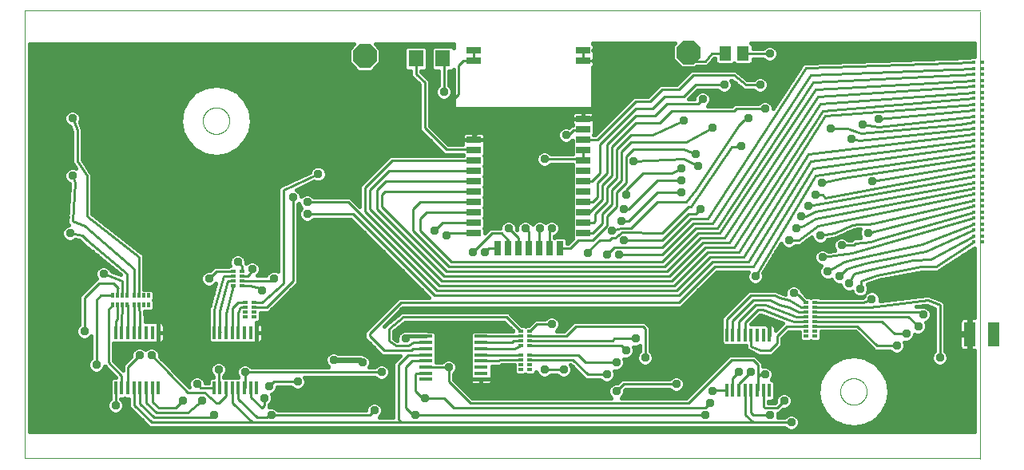
<source format=gbl>
G75*
%MOIN*%
%OFA0B0*%
%FSLAX25Y25*%
%IPPOS*%
%LPD*%
%AMOC8*
5,1,8,0,0,1.08239X$1,22.5*
%
%ADD10C,0.00000*%
%ADD11R,0.06299X0.07098*%
%ADD12R,0.01181X0.05709*%
%ADD13R,0.05709X0.01181*%
%ADD14OC8,0.10000*%
%ADD15R,0.05906X0.02756*%
%ADD16R,0.02756X0.05906*%
%ADD17R,0.01500X0.01500*%
%ADD18R,0.05118X0.05906*%
%ADD19R,0.01575X0.01969*%
%ADD20R,0.01181X0.01969*%
%ADD21R,0.01969X0.01575*%
%ADD22R,0.01969X0.01181*%
%ADD23R,0.05000X0.10000*%
%ADD24C,0.01000*%
%ADD25C,0.03762*%
%ADD26C,0.02400*%
%ADD27C,0.01600*%
D10*
X0001800Y0001200D02*
X0001800Y0188161D01*
X0400501Y0188161D01*
X0400661Y0187701D02*
X0400739Y0001000D01*
X0400501Y0001200D02*
X0001800Y0001200D01*
X0076288Y0142200D02*
X0076290Y0142348D01*
X0076296Y0142496D01*
X0076306Y0142644D01*
X0076320Y0142791D01*
X0076338Y0142938D01*
X0076359Y0143084D01*
X0076385Y0143230D01*
X0076415Y0143375D01*
X0076448Y0143519D01*
X0076486Y0143662D01*
X0076527Y0143804D01*
X0076572Y0143945D01*
X0076620Y0144085D01*
X0076673Y0144224D01*
X0076729Y0144361D01*
X0076789Y0144496D01*
X0076852Y0144630D01*
X0076919Y0144762D01*
X0076990Y0144892D01*
X0077064Y0145020D01*
X0077141Y0145146D01*
X0077222Y0145270D01*
X0077306Y0145392D01*
X0077393Y0145511D01*
X0077484Y0145628D01*
X0077578Y0145743D01*
X0077674Y0145855D01*
X0077774Y0145965D01*
X0077876Y0146071D01*
X0077982Y0146175D01*
X0078090Y0146276D01*
X0078201Y0146374D01*
X0078314Y0146470D01*
X0078430Y0146562D01*
X0078548Y0146651D01*
X0078669Y0146736D01*
X0078792Y0146819D01*
X0078917Y0146898D01*
X0079044Y0146974D01*
X0079173Y0147046D01*
X0079304Y0147115D01*
X0079437Y0147180D01*
X0079572Y0147241D01*
X0079708Y0147299D01*
X0079845Y0147354D01*
X0079984Y0147404D01*
X0080125Y0147451D01*
X0080266Y0147494D01*
X0080409Y0147534D01*
X0080553Y0147569D01*
X0080697Y0147601D01*
X0080843Y0147628D01*
X0080989Y0147652D01*
X0081136Y0147672D01*
X0081283Y0147688D01*
X0081430Y0147700D01*
X0081578Y0147708D01*
X0081726Y0147712D01*
X0081874Y0147712D01*
X0082022Y0147708D01*
X0082170Y0147700D01*
X0082317Y0147688D01*
X0082464Y0147672D01*
X0082611Y0147652D01*
X0082757Y0147628D01*
X0082903Y0147601D01*
X0083047Y0147569D01*
X0083191Y0147534D01*
X0083334Y0147494D01*
X0083475Y0147451D01*
X0083616Y0147404D01*
X0083755Y0147354D01*
X0083892Y0147299D01*
X0084028Y0147241D01*
X0084163Y0147180D01*
X0084296Y0147115D01*
X0084427Y0147046D01*
X0084556Y0146974D01*
X0084683Y0146898D01*
X0084808Y0146819D01*
X0084931Y0146736D01*
X0085052Y0146651D01*
X0085170Y0146562D01*
X0085286Y0146470D01*
X0085399Y0146374D01*
X0085510Y0146276D01*
X0085618Y0146175D01*
X0085724Y0146071D01*
X0085826Y0145965D01*
X0085926Y0145855D01*
X0086022Y0145743D01*
X0086116Y0145628D01*
X0086207Y0145511D01*
X0086294Y0145392D01*
X0086378Y0145270D01*
X0086459Y0145146D01*
X0086536Y0145020D01*
X0086610Y0144892D01*
X0086681Y0144762D01*
X0086748Y0144630D01*
X0086811Y0144496D01*
X0086871Y0144361D01*
X0086927Y0144224D01*
X0086980Y0144085D01*
X0087028Y0143945D01*
X0087073Y0143804D01*
X0087114Y0143662D01*
X0087152Y0143519D01*
X0087185Y0143375D01*
X0087215Y0143230D01*
X0087241Y0143084D01*
X0087262Y0142938D01*
X0087280Y0142791D01*
X0087294Y0142644D01*
X0087304Y0142496D01*
X0087310Y0142348D01*
X0087312Y0142200D01*
X0087310Y0142052D01*
X0087304Y0141904D01*
X0087294Y0141756D01*
X0087280Y0141609D01*
X0087262Y0141462D01*
X0087241Y0141316D01*
X0087215Y0141170D01*
X0087185Y0141025D01*
X0087152Y0140881D01*
X0087114Y0140738D01*
X0087073Y0140596D01*
X0087028Y0140455D01*
X0086980Y0140315D01*
X0086927Y0140176D01*
X0086871Y0140039D01*
X0086811Y0139904D01*
X0086748Y0139770D01*
X0086681Y0139638D01*
X0086610Y0139508D01*
X0086536Y0139380D01*
X0086459Y0139254D01*
X0086378Y0139130D01*
X0086294Y0139008D01*
X0086207Y0138889D01*
X0086116Y0138772D01*
X0086022Y0138657D01*
X0085926Y0138545D01*
X0085826Y0138435D01*
X0085724Y0138329D01*
X0085618Y0138225D01*
X0085510Y0138124D01*
X0085399Y0138026D01*
X0085286Y0137930D01*
X0085170Y0137838D01*
X0085052Y0137749D01*
X0084931Y0137664D01*
X0084808Y0137581D01*
X0084683Y0137502D01*
X0084556Y0137426D01*
X0084427Y0137354D01*
X0084296Y0137285D01*
X0084163Y0137220D01*
X0084028Y0137159D01*
X0083892Y0137101D01*
X0083755Y0137046D01*
X0083616Y0136996D01*
X0083475Y0136949D01*
X0083334Y0136906D01*
X0083191Y0136866D01*
X0083047Y0136831D01*
X0082903Y0136799D01*
X0082757Y0136772D01*
X0082611Y0136748D01*
X0082464Y0136728D01*
X0082317Y0136712D01*
X0082170Y0136700D01*
X0082022Y0136692D01*
X0081874Y0136688D01*
X0081726Y0136688D01*
X0081578Y0136692D01*
X0081430Y0136700D01*
X0081283Y0136712D01*
X0081136Y0136728D01*
X0080989Y0136748D01*
X0080843Y0136772D01*
X0080697Y0136799D01*
X0080553Y0136831D01*
X0080409Y0136866D01*
X0080266Y0136906D01*
X0080125Y0136949D01*
X0079984Y0136996D01*
X0079845Y0137046D01*
X0079708Y0137101D01*
X0079572Y0137159D01*
X0079437Y0137220D01*
X0079304Y0137285D01*
X0079173Y0137354D01*
X0079044Y0137426D01*
X0078917Y0137502D01*
X0078792Y0137581D01*
X0078669Y0137664D01*
X0078548Y0137749D01*
X0078430Y0137838D01*
X0078314Y0137930D01*
X0078201Y0138026D01*
X0078090Y0138124D01*
X0077982Y0138225D01*
X0077876Y0138329D01*
X0077774Y0138435D01*
X0077674Y0138545D01*
X0077578Y0138657D01*
X0077484Y0138772D01*
X0077393Y0138889D01*
X0077306Y0139008D01*
X0077222Y0139130D01*
X0077141Y0139254D01*
X0077064Y0139380D01*
X0076990Y0139508D01*
X0076919Y0139638D01*
X0076852Y0139770D01*
X0076789Y0139904D01*
X0076729Y0140039D01*
X0076673Y0140176D01*
X0076620Y0140315D01*
X0076572Y0140455D01*
X0076527Y0140596D01*
X0076486Y0140738D01*
X0076448Y0140881D01*
X0076415Y0141025D01*
X0076385Y0141170D01*
X0076359Y0141316D01*
X0076338Y0141462D01*
X0076320Y0141609D01*
X0076306Y0141756D01*
X0076296Y0141904D01*
X0076290Y0142052D01*
X0076288Y0142200D01*
X0342288Y0029100D02*
X0342290Y0029248D01*
X0342296Y0029396D01*
X0342306Y0029544D01*
X0342320Y0029691D01*
X0342338Y0029838D01*
X0342359Y0029984D01*
X0342385Y0030130D01*
X0342415Y0030275D01*
X0342448Y0030419D01*
X0342486Y0030562D01*
X0342527Y0030704D01*
X0342572Y0030845D01*
X0342620Y0030985D01*
X0342673Y0031124D01*
X0342729Y0031261D01*
X0342789Y0031396D01*
X0342852Y0031530D01*
X0342919Y0031662D01*
X0342990Y0031792D01*
X0343064Y0031920D01*
X0343141Y0032046D01*
X0343222Y0032170D01*
X0343306Y0032292D01*
X0343393Y0032411D01*
X0343484Y0032528D01*
X0343578Y0032643D01*
X0343674Y0032755D01*
X0343774Y0032865D01*
X0343876Y0032971D01*
X0343982Y0033075D01*
X0344090Y0033176D01*
X0344201Y0033274D01*
X0344314Y0033370D01*
X0344430Y0033462D01*
X0344548Y0033551D01*
X0344669Y0033636D01*
X0344792Y0033719D01*
X0344917Y0033798D01*
X0345044Y0033874D01*
X0345173Y0033946D01*
X0345304Y0034015D01*
X0345437Y0034080D01*
X0345572Y0034141D01*
X0345708Y0034199D01*
X0345845Y0034254D01*
X0345984Y0034304D01*
X0346125Y0034351D01*
X0346266Y0034394D01*
X0346409Y0034434D01*
X0346553Y0034469D01*
X0346697Y0034501D01*
X0346843Y0034528D01*
X0346989Y0034552D01*
X0347136Y0034572D01*
X0347283Y0034588D01*
X0347430Y0034600D01*
X0347578Y0034608D01*
X0347726Y0034612D01*
X0347874Y0034612D01*
X0348022Y0034608D01*
X0348170Y0034600D01*
X0348317Y0034588D01*
X0348464Y0034572D01*
X0348611Y0034552D01*
X0348757Y0034528D01*
X0348903Y0034501D01*
X0349047Y0034469D01*
X0349191Y0034434D01*
X0349334Y0034394D01*
X0349475Y0034351D01*
X0349616Y0034304D01*
X0349755Y0034254D01*
X0349892Y0034199D01*
X0350028Y0034141D01*
X0350163Y0034080D01*
X0350296Y0034015D01*
X0350427Y0033946D01*
X0350556Y0033874D01*
X0350683Y0033798D01*
X0350808Y0033719D01*
X0350931Y0033636D01*
X0351052Y0033551D01*
X0351170Y0033462D01*
X0351286Y0033370D01*
X0351399Y0033274D01*
X0351510Y0033176D01*
X0351618Y0033075D01*
X0351724Y0032971D01*
X0351826Y0032865D01*
X0351926Y0032755D01*
X0352022Y0032643D01*
X0352116Y0032528D01*
X0352207Y0032411D01*
X0352294Y0032292D01*
X0352378Y0032170D01*
X0352459Y0032046D01*
X0352536Y0031920D01*
X0352610Y0031792D01*
X0352681Y0031662D01*
X0352748Y0031530D01*
X0352811Y0031396D01*
X0352871Y0031261D01*
X0352927Y0031124D01*
X0352980Y0030985D01*
X0353028Y0030845D01*
X0353073Y0030704D01*
X0353114Y0030562D01*
X0353152Y0030419D01*
X0353185Y0030275D01*
X0353215Y0030130D01*
X0353241Y0029984D01*
X0353262Y0029838D01*
X0353280Y0029691D01*
X0353294Y0029544D01*
X0353304Y0029396D01*
X0353310Y0029248D01*
X0353312Y0029100D01*
X0353310Y0028952D01*
X0353304Y0028804D01*
X0353294Y0028656D01*
X0353280Y0028509D01*
X0353262Y0028362D01*
X0353241Y0028216D01*
X0353215Y0028070D01*
X0353185Y0027925D01*
X0353152Y0027781D01*
X0353114Y0027638D01*
X0353073Y0027496D01*
X0353028Y0027355D01*
X0352980Y0027215D01*
X0352927Y0027076D01*
X0352871Y0026939D01*
X0352811Y0026804D01*
X0352748Y0026670D01*
X0352681Y0026538D01*
X0352610Y0026408D01*
X0352536Y0026280D01*
X0352459Y0026154D01*
X0352378Y0026030D01*
X0352294Y0025908D01*
X0352207Y0025789D01*
X0352116Y0025672D01*
X0352022Y0025557D01*
X0351926Y0025445D01*
X0351826Y0025335D01*
X0351724Y0025229D01*
X0351618Y0025125D01*
X0351510Y0025024D01*
X0351399Y0024926D01*
X0351286Y0024830D01*
X0351170Y0024738D01*
X0351052Y0024649D01*
X0350931Y0024564D01*
X0350808Y0024481D01*
X0350683Y0024402D01*
X0350556Y0024326D01*
X0350427Y0024254D01*
X0350296Y0024185D01*
X0350163Y0024120D01*
X0350028Y0024059D01*
X0349892Y0024001D01*
X0349755Y0023946D01*
X0349616Y0023896D01*
X0349475Y0023849D01*
X0349334Y0023806D01*
X0349191Y0023766D01*
X0349047Y0023731D01*
X0348903Y0023699D01*
X0348757Y0023672D01*
X0348611Y0023648D01*
X0348464Y0023628D01*
X0348317Y0023612D01*
X0348170Y0023600D01*
X0348022Y0023592D01*
X0347874Y0023588D01*
X0347726Y0023588D01*
X0347578Y0023592D01*
X0347430Y0023600D01*
X0347283Y0023612D01*
X0347136Y0023628D01*
X0346989Y0023648D01*
X0346843Y0023672D01*
X0346697Y0023699D01*
X0346553Y0023731D01*
X0346409Y0023766D01*
X0346266Y0023806D01*
X0346125Y0023849D01*
X0345984Y0023896D01*
X0345845Y0023946D01*
X0345708Y0024001D01*
X0345572Y0024059D01*
X0345437Y0024120D01*
X0345304Y0024185D01*
X0345173Y0024254D01*
X0345044Y0024326D01*
X0344917Y0024402D01*
X0344792Y0024481D01*
X0344669Y0024564D01*
X0344548Y0024649D01*
X0344430Y0024738D01*
X0344314Y0024830D01*
X0344201Y0024926D01*
X0344090Y0025024D01*
X0343982Y0025125D01*
X0343876Y0025229D01*
X0343774Y0025335D01*
X0343674Y0025445D01*
X0343578Y0025557D01*
X0343484Y0025672D01*
X0343393Y0025789D01*
X0343306Y0025908D01*
X0343222Y0026030D01*
X0343141Y0026154D01*
X0343064Y0026280D01*
X0342990Y0026408D01*
X0342919Y0026538D01*
X0342852Y0026670D01*
X0342789Y0026804D01*
X0342729Y0026939D01*
X0342673Y0027076D01*
X0342620Y0027215D01*
X0342572Y0027355D01*
X0342527Y0027496D01*
X0342486Y0027638D01*
X0342448Y0027781D01*
X0342415Y0027925D01*
X0342385Y0028070D01*
X0342359Y0028216D01*
X0342338Y0028362D01*
X0342320Y0028509D01*
X0342306Y0028656D01*
X0342296Y0028804D01*
X0342290Y0028952D01*
X0342288Y0029100D01*
D11*
X0176398Y0168200D03*
X0165202Y0168200D03*
D12*
X0098757Y0053814D03*
X0096198Y0053814D03*
X0093639Y0053814D03*
X0091080Y0053814D03*
X0088520Y0053814D03*
X0085961Y0053814D03*
X0083402Y0053814D03*
X0080843Y0053814D03*
X0057757Y0053814D03*
X0055198Y0053814D03*
X0052639Y0053814D03*
X0050080Y0053814D03*
X0047520Y0053814D03*
X0044961Y0053814D03*
X0042402Y0053814D03*
X0039843Y0053814D03*
X0039843Y0030586D03*
X0042402Y0030586D03*
X0044961Y0030586D03*
X0047520Y0030586D03*
X0050080Y0030586D03*
X0052639Y0030586D03*
X0055198Y0030586D03*
X0057757Y0030586D03*
X0080843Y0030586D03*
X0083402Y0030586D03*
X0085961Y0030586D03*
X0088520Y0030586D03*
X0091080Y0030586D03*
X0093639Y0030586D03*
X0096198Y0030586D03*
X0098757Y0030586D03*
X0294843Y0029586D03*
X0297402Y0029586D03*
X0299961Y0029586D03*
X0302520Y0029586D03*
X0305080Y0029586D03*
X0307639Y0029586D03*
X0310198Y0029586D03*
X0312757Y0029586D03*
X0312757Y0052814D03*
X0310198Y0052814D03*
X0307639Y0052814D03*
X0305080Y0052814D03*
X0302520Y0052814D03*
X0299961Y0052814D03*
X0297402Y0052814D03*
X0294843Y0052814D03*
D13*
X0192414Y0052157D03*
X0192414Y0049598D03*
X0192414Y0047039D03*
X0192414Y0044480D03*
X0192414Y0041920D03*
X0192414Y0039361D03*
X0192414Y0036802D03*
X0192414Y0034243D03*
X0169186Y0034243D03*
X0169186Y0036802D03*
X0169186Y0039361D03*
X0169186Y0041920D03*
X0169186Y0044480D03*
X0169186Y0047039D03*
X0169186Y0049598D03*
X0169186Y0052157D03*
D14*
X0143800Y0169400D03*
X0278800Y0170800D03*
D15*
X0235013Y0171665D03*
X0235013Y0167334D03*
X0189343Y0167334D03*
X0189343Y0171665D03*
X0235013Y0142924D03*
X0235013Y0138594D03*
X0235013Y0134263D03*
X0235013Y0129932D03*
X0235013Y0125602D03*
X0235013Y0121271D03*
X0235013Y0116940D03*
X0235013Y0112609D03*
X0235013Y0108279D03*
X0235013Y0103948D03*
X0235013Y0099617D03*
X0235013Y0095287D03*
X0189343Y0095287D03*
X0189343Y0099617D03*
X0189343Y0103948D03*
X0189343Y0108279D03*
X0189343Y0112609D03*
X0189343Y0116940D03*
X0189343Y0121271D03*
X0189343Y0125602D03*
X0189343Y0129932D03*
X0189343Y0134263D03*
D16*
X0199186Y0088987D03*
X0203517Y0088987D03*
X0207847Y0088987D03*
X0212178Y0088987D03*
X0216509Y0088987D03*
X0220839Y0088987D03*
X0225170Y0088987D03*
D17*
X0398013Y0091500D03*
X0398013Y0094000D03*
X0401587Y0094000D03*
X0401587Y0091500D03*
X0401587Y0096500D03*
X0401587Y0099000D03*
X0401587Y0101500D03*
X0401587Y0104000D03*
X0398013Y0104000D03*
X0398013Y0101500D03*
X0398013Y0099000D03*
X0398013Y0096500D03*
X0398013Y0106500D03*
X0398013Y0109000D03*
X0398013Y0111500D03*
X0401587Y0111500D03*
X0401587Y0109000D03*
X0401587Y0106500D03*
X0401587Y0114000D03*
X0401587Y0116400D03*
X0401587Y0119000D03*
X0398013Y0119000D03*
X0398013Y0116400D03*
X0398013Y0114000D03*
X0398013Y0121500D03*
X0398013Y0124000D03*
X0397913Y0126500D03*
X0401487Y0126500D03*
X0401587Y0124000D03*
X0401587Y0121500D03*
X0401487Y0129000D03*
X0401487Y0131500D03*
X0401587Y0134000D03*
X0398013Y0134000D03*
X0397913Y0131500D03*
X0397913Y0129000D03*
X0398013Y0136500D03*
X0398013Y0139000D03*
X0398013Y0141500D03*
X0401587Y0141500D03*
X0401587Y0139000D03*
X0401587Y0136500D03*
X0401587Y0144000D03*
X0401587Y0146500D03*
X0401587Y0149000D03*
X0398013Y0149000D03*
X0398013Y0146500D03*
X0398013Y0144000D03*
X0398013Y0151500D03*
X0398013Y0154000D03*
X0398013Y0156500D03*
X0401587Y0156500D03*
X0401587Y0154000D03*
X0401587Y0151500D03*
X0401587Y0159000D03*
X0401587Y0161500D03*
X0401587Y0164000D03*
X0398013Y0164000D03*
X0398013Y0161500D03*
X0398013Y0159000D03*
X0398013Y0166500D03*
X0401587Y0166500D03*
D18*
X0301640Y0170300D03*
X0294160Y0170300D03*
D19*
X0053556Y0069169D03*
X0053556Y0065231D03*
X0047650Y0065231D03*
X0044556Y0065231D03*
X0038650Y0065231D03*
X0038650Y0069169D03*
X0044556Y0069169D03*
X0047650Y0069169D03*
D20*
X0049619Y0069169D03*
X0051587Y0069169D03*
X0051587Y0065231D03*
X0049619Y0065231D03*
X0042587Y0065231D03*
X0040619Y0065231D03*
X0040619Y0069169D03*
X0042587Y0069169D03*
D21*
X0088831Y0073444D03*
X0092769Y0073444D03*
X0092769Y0079350D03*
X0088831Y0079350D03*
X0093831Y0066350D03*
X0097769Y0066350D03*
X0097769Y0060444D03*
X0093831Y0060444D03*
X0208831Y0054350D03*
X0212769Y0054350D03*
X0212769Y0048444D03*
X0208831Y0048444D03*
X0208831Y0044350D03*
X0212769Y0044350D03*
X0212769Y0038444D03*
X0208831Y0038444D03*
X0327831Y0052444D03*
X0331769Y0052444D03*
X0331769Y0058350D03*
X0331769Y0060444D03*
X0327831Y0060444D03*
X0327831Y0058350D03*
X0327831Y0066350D03*
X0331769Y0066350D03*
D22*
X0331769Y0064381D03*
X0327831Y0064381D03*
X0327831Y0062413D03*
X0331769Y0062413D03*
X0331769Y0056381D03*
X0331769Y0054413D03*
X0327831Y0054413D03*
X0327831Y0056381D03*
X0212769Y0052381D03*
X0212769Y0050413D03*
X0208831Y0050413D03*
X0208831Y0052381D03*
X0208831Y0042381D03*
X0208831Y0040413D03*
X0212769Y0040413D03*
X0212769Y0042381D03*
X0097769Y0062413D03*
X0093831Y0062413D03*
X0093831Y0064381D03*
X0097769Y0064381D03*
X0092769Y0075413D03*
X0092769Y0077381D03*
X0088831Y0077381D03*
X0088831Y0075413D03*
D23*
X0396300Y0053100D03*
X0406300Y0053100D03*
D24*
X0396300Y0053100D02*
X0396300Y0059700D01*
X0386800Y0069200D01*
X0378800Y0076200D01*
X0359200Y0076200D01*
X0351800Y0068800D01*
X0331100Y0068800D01*
X0325200Y0074700D01*
X0312800Y0074700D01*
X0310600Y0072500D01*
X0287100Y0072500D01*
X0282800Y0068200D01*
X0274800Y0069200D02*
X0288800Y0083200D01*
X0303800Y0083200D01*
X0329800Y0125200D01*
X0398013Y0134000D01*
X0397913Y0131500D02*
X0330800Y0122200D01*
X0305800Y0081200D01*
X0289800Y0081200D01*
X0274800Y0066200D01*
X0158800Y0066200D01*
X0145800Y0053200D01*
X0145800Y0052200D01*
X0151800Y0046200D01*
X0163200Y0046200D01*
X0164039Y0047039D01*
X0169186Y0047039D01*
X0169186Y0044480D02*
X0162080Y0044480D01*
X0157800Y0040200D01*
X0157800Y0017200D01*
X0158800Y0016200D01*
X0305800Y0016200D01*
X0321800Y0016200D01*
X0312800Y0019200D02*
X0305800Y0019200D01*
X0304800Y0020200D01*
X0304800Y0029306D01*
X0305080Y0029586D01*
X0307639Y0029586D02*
X0307800Y0029747D01*
X0307800Y0035200D01*
X0308800Y0036200D01*
X0310800Y0036200D01*
X0307800Y0035200D02*
X0307800Y0040200D01*
X0305800Y0042200D01*
X0296800Y0042200D01*
X0278800Y0024200D01*
X0187800Y0024200D01*
X0178800Y0033200D01*
X0178800Y0039200D01*
X0169347Y0039200D01*
X0169186Y0039361D01*
X0169186Y0036802D02*
X0165402Y0036802D01*
X0164800Y0036200D01*
X0164800Y0029200D01*
X0167800Y0026200D01*
X0168800Y0026200D01*
X0176800Y0026200D01*
X0180800Y0022200D01*
X0285800Y0022200D01*
X0287800Y0024200D01*
X0285800Y0019200D02*
X0164800Y0019200D01*
X0163800Y0019200D01*
X0160800Y0022200D01*
X0160800Y0039200D01*
X0163520Y0041920D01*
X0169186Y0041920D01*
X0164198Y0049598D02*
X0161800Y0048200D01*
X0156800Y0048200D01*
X0153800Y0050200D01*
X0153800Y0055200D01*
X0159800Y0060200D01*
X0202981Y0060200D01*
X0208831Y0054350D01*
X0208831Y0052381D02*
X0204981Y0052381D01*
X0203800Y0052200D01*
X0192457Y0052200D01*
X0192414Y0052157D01*
X0192414Y0049598D02*
X0205198Y0049598D01*
X0206013Y0050413D01*
X0208831Y0050413D01*
X0208831Y0048444D02*
X0206426Y0047039D01*
X0192414Y0047039D01*
X0192414Y0044480D02*
X0208702Y0044480D01*
X0208831Y0044350D01*
X0208831Y0042381D02*
X0200181Y0042381D01*
X0199700Y0041900D01*
X0192435Y0041900D01*
X0192414Y0041920D01*
X0184800Y0036200D02*
X0184800Y0049200D01*
X0177800Y0056200D01*
X0169186Y0049598D02*
X0164198Y0049598D01*
X0161757Y0052157D02*
X0160800Y0051200D01*
X0150800Y0037200D02*
X0093800Y0037200D01*
X0093800Y0030747D01*
X0093639Y0030586D01*
X0096198Y0030586D02*
X0096198Y0026802D01*
X0100800Y0022200D01*
X0101800Y0023200D01*
X0101800Y0026200D01*
X0098800Y0018200D02*
X0091080Y0025920D01*
X0091080Y0030586D01*
X0088520Y0030586D02*
X0088520Y0024480D01*
X0096800Y0016200D01*
X0158800Y0016200D01*
X0147800Y0021200D02*
X0145800Y0019200D01*
X0104800Y0019200D01*
X0103800Y0019200D01*
X0102800Y0018200D01*
X0098800Y0018200D01*
X0096800Y0016200D02*
X0054800Y0016200D01*
X0047520Y0023480D01*
X0047520Y0030586D01*
X0044961Y0030586D02*
X0044961Y0039361D01*
X0049800Y0044200D01*
X0054800Y0044200D02*
X0069800Y0028700D01*
X0076800Y0028700D01*
X0081800Y0024200D01*
X0082800Y0024200D01*
X0085961Y0027361D01*
X0085961Y0030586D01*
X0083402Y0030586D02*
X0082800Y0031188D01*
X0082800Y0038200D01*
X0092800Y0042200D02*
X0098800Y0048200D01*
X0098800Y0053771D01*
X0098757Y0053814D01*
X0098757Y0056157D01*
X0102800Y0060200D01*
X0117800Y0060200D01*
X0102800Y0064200D02*
X0097950Y0064200D01*
X0097769Y0064381D01*
X0097918Y0066200D02*
X0100800Y0066200D01*
X0109800Y0074200D01*
X0109800Y0113200D01*
X0124400Y0120000D01*
X0143800Y0114200D02*
X0143800Y0104200D01*
X0174800Y0073200D01*
X0272800Y0073200D01*
X0286800Y0087200D01*
X0299800Y0087200D01*
X0335800Y0144200D01*
X0398013Y0149000D01*
X0398013Y0146500D02*
X0358200Y0142900D01*
X0358200Y0139600D02*
X0351600Y0140500D01*
X0351100Y0136900D02*
X0345400Y0138900D01*
X0338400Y0139000D01*
X0346900Y0134600D02*
X0350200Y0133900D01*
X0398013Y0139000D01*
X0398013Y0141500D02*
X0392113Y0140500D01*
X0351100Y0136900D01*
X0358200Y0139600D02*
X0398013Y0144000D01*
X0398013Y0136500D02*
X0328800Y0128200D01*
X0301800Y0085200D01*
X0287800Y0085200D01*
X0273800Y0071200D01*
X0173800Y0071200D01*
X0136800Y0108200D01*
X0119800Y0108200D01*
X0113800Y0110200D02*
X0113800Y0075200D01*
X0102800Y0064200D01*
X0097918Y0066200D02*
X0097769Y0066350D01*
X0093831Y0066350D02*
X0091682Y0066200D01*
X0090800Y0066200D01*
X0088520Y0063920D01*
X0088520Y0053814D01*
X0085961Y0053814D02*
X0085961Y0061574D01*
X0088831Y0073444D01*
X0088831Y0075413D02*
X0086831Y0075413D01*
X0086619Y0075200D01*
X0083800Y0065200D01*
X0083402Y0062802D01*
X0083402Y0053814D01*
X0083587Y0053999D01*
X0080843Y0053814D02*
X0080843Y0063393D01*
X0084831Y0077381D01*
X0088831Y0077381D01*
X0088831Y0079350D02*
X0081950Y0079350D01*
X0078800Y0076200D01*
X0090800Y0083200D02*
X0092769Y0081231D01*
X0092769Y0079350D01*
X0092769Y0077381D02*
X0094981Y0077381D01*
X0095800Y0078200D01*
X0096800Y0080200D01*
X0105013Y0075413D02*
X0105800Y0076200D01*
X0105013Y0075413D02*
X0092769Y0075413D01*
X0092769Y0073444D02*
X0095013Y0073200D01*
X0095800Y0073200D01*
X0099800Y0072200D01*
X0100800Y0071200D01*
X0093831Y0064381D02*
X0093650Y0064200D01*
X0091800Y0064200D01*
X0091080Y0061920D01*
X0091080Y0053814D01*
X0092800Y0042200D02*
X0061800Y0042200D01*
X0057757Y0046243D01*
X0057757Y0053814D01*
X0050080Y0053814D02*
X0050080Y0060231D01*
X0049619Y0065231D01*
X0047650Y0065231D02*
X0047520Y0065231D01*
X0047520Y0053814D01*
X0044961Y0053814D02*
X0044961Y0065231D01*
X0044556Y0065231D01*
X0042587Y0065231D02*
X0042402Y0057231D01*
X0042402Y0053814D01*
X0039900Y0053871D02*
X0039843Y0053814D01*
X0039900Y0053871D02*
X0039900Y0058500D01*
X0040619Y0059219D01*
X0040619Y0065231D01*
X0038650Y0065231D02*
X0036800Y0063231D01*
X0036800Y0041200D01*
X0042402Y0035598D01*
X0042402Y0030586D01*
X0039843Y0030586D02*
X0039843Y0023243D01*
X0039800Y0023200D01*
X0050080Y0023920D02*
X0055800Y0018200D01*
X0079800Y0018200D01*
X0080800Y0019200D01*
X0075800Y0025200D02*
X0069800Y0020200D01*
X0056800Y0020200D01*
X0052639Y0024361D01*
X0052639Y0030586D01*
X0055198Y0030586D02*
X0055198Y0024802D01*
X0057800Y0022200D01*
X0064800Y0022200D01*
X0067800Y0025200D01*
X0073800Y0032200D02*
X0075414Y0030586D01*
X0080843Y0030586D01*
X0103800Y0031200D02*
X0105800Y0033200D01*
X0115800Y0033200D01*
X0050080Y0030586D02*
X0050080Y0023920D01*
X0031800Y0040200D02*
X0031800Y0067400D01*
X0033569Y0069169D01*
X0038650Y0069169D01*
X0040619Y0069169D02*
X0040619Y0072019D01*
X0040800Y0072200D01*
X0038800Y0074200D01*
X0032800Y0074200D01*
X0026800Y0068200D01*
X0026800Y0054200D01*
X0042587Y0069169D02*
X0042587Y0075413D01*
X0034800Y0078200D01*
X0044556Y0078444D02*
X0027800Y0092200D01*
X0025800Y0094200D01*
X0020800Y0095200D01*
X0021800Y0100200D02*
X0026800Y0098200D01*
X0034800Y0091200D01*
X0047650Y0080350D01*
X0047650Y0069169D01*
X0049619Y0069169D02*
X0049619Y0085381D01*
X0027800Y0102200D01*
X0027800Y0119200D01*
X0023800Y0125200D01*
X0023800Y0138200D01*
X0021800Y0143200D01*
X0021800Y0119200D02*
X0022800Y0116200D01*
X0021800Y0100200D01*
X0044556Y0078444D02*
X0044556Y0069169D01*
X0119800Y0103200D02*
X0138800Y0103200D01*
X0172800Y0069200D01*
X0274800Y0069200D01*
X0271800Y0075200D02*
X0285800Y0089200D01*
X0297800Y0089200D01*
X0334800Y0146200D01*
X0398013Y0151500D01*
X0398013Y0154000D02*
X0333800Y0149200D01*
X0295800Y0091200D01*
X0284800Y0091200D01*
X0270800Y0077200D01*
X0176800Y0077200D01*
X0148800Y0105200D01*
X0148800Y0113200D01*
X0152540Y0116940D01*
X0189343Y0116940D01*
X0189343Y0112609D02*
X0152209Y0112609D01*
X0150800Y0111200D01*
X0150800Y0106200D01*
X0177800Y0079200D01*
X0269800Y0079200D01*
X0283800Y0093200D01*
X0293800Y0093200D01*
X0332800Y0152200D01*
X0398013Y0156500D01*
X0398013Y0159000D02*
X0331800Y0155200D01*
X0291800Y0095200D01*
X0282800Y0095200D01*
X0268800Y0081200D01*
X0178800Y0081200D01*
X0163800Y0096200D01*
X0163800Y0105200D01*
X0166879Y0108279D01*
X0189343Y0108279D01*
X0189343Y0103948D02*
X0169548Y0103948D01*
X0166800Y0101200D01*
X0166800Y0096200D01*
X0179800Y0083200D01*
X0267800Y0083200D01*
X0281800Y0097200D01*
X0290800Y0097200D01*
X0330800Y0158200D01*
X0398013Y0161500D01*
X0398013Y0164000D02*
X0329800Y0161200D01*
X0288800Y0099200D01*
X0280800Y0099200D01*
X0267800Y0086200D01*
X0249800Y0086200D01*
X0247800Y0089200D02*
X0244800Y0086200D01*
X0247800Y0089200D02*
X0267800Y0089200D01*
X0279800Y0101200D01*
X0286800Y0101200D01*
X0327800Y0164200D01*
X0398013Y0166500D01*
X0397913Y0129000D02*
X0331800Y0119200D01*
X0306800Y0077200D01*
X0304800Y0069200D02*
X0314800Y0069200D01*
X0316800Y0068200D01*
X0320800Y0067200D01*
X0325800Y0064200D01*
X0327650Y0064200D01*
X0327831Y0064381D01*
X0327831Y0066350D02*
X0324800Y0069381D01*
X0322800Y0070200D01*
X0316800Y0065200D02*
X0312800Y0067200D01*
X0305800Y0067200D01*
X0297402Y0058802D01*
X0297402Y0052814D01*
X0294843Y0052814D02*
X0294843Y0059243D01*
X0304800Y0069200D01*
X0306800Y0065200D02*
X0310800Y0065200D01*
X0323800Y0060200D01*
X0327587Y0060200D01*
X0327831Y0060444D01*
X0327619Y0062200D02*
X0324800Y0062200D01*
X0320800Y0064200D01*
X0316800Y0065200D01*
X0319800Y0059200D02*
X0309800Y0063200D01*
X0307800Y0063200D01*
X0302520Y0057920D01*
X0302520Y0052814D01*
X0299961Y0052814D02*
X0299961Y0058361D01*
X0306800Y0065200D01*
X0308800Y0059200D02*
X0312757Y0055243D01*
X0312757Y0052814D01*
X0315800Y0052200D02*
X0315800Y0049200D01*
X0312800Y0046200D01*
X0308800Y0046200D01*
X0305080Y0047920D01*
X0305080Y0052814D01*
X0315800Y0052200D02*
X0319800Y0056200D01*
X0327650Y0056200D01*
X0327831Y0056381D01*
X0327682Y0058200D02*
X0322800Y0058200D01*
X0319800Y0059200D01*
X0327682Y0058200D02*
X0327831Y0058350D01*
X0331769Y0058350D02*
X0359650Y0058350D01*
X0364800Y0053200D01*
X0369800Y0053200D01*
X0374800Y0056200D02*
X0370556Y0060444D01*
X0331769Y0060444D01*
X0331769Y0062413D02*
X0375587Y0062413D01*
X0376800Y0061200D01*
X0378800Y0067200D02*
X0383800Y0065200D01*
X0383800Y0043200D01*
X0365800Y0048200D02*
X0357600Y0048200D01*
X0349419Y0056381D01*
X0331769Y0056381D01*
X0331950Y0056200D01*
X0331918Y0058200D02*
X0331769Y0058350D01*
X0327831Y0062413D02*
X0327619Y0062200D01*
X0331769Y0064381D02*
X0354619Y0064381D01*
X0378800Y0067200D01*
X0376000Y0081200D02*
X0357600Y0077600D01*
X0350800Y0075200D01*
X0350500Y0072000D01*
X0345800Y0074200D02*
X0347800Y0078200D01*
X0355800Y0080200D01*
X0372600Y0083900D01*
X0379800Y0084200D01*
X0398013Y0094000D01*
X0398013Y0091500D02*
X0382400Y0081200D01*
X0376000Y0081200D01*
X0374400Y0087100D02*
X0354000Y0082900D01*
X0347800Y0081200D01*
X0344800Y0080200D01*
X0341800Y0077200D01*
X0336800Y0079200D02*
X0343800Y0083200D01*
X0348800Y0084600D01*
X0376700Y0090700D01*
X0382400Y0093100D01*
X0398013Y0099000D01*
X0398013Y0096500D02*
X0378100Y0087800D01*
X0374400Y0087100D01*
X0359000Y0093000D02*
X0355000Y0091800D01*
X0348600Y0091100D01*
X0347800Y0090200D01*
X0342800Y0090200D01*
X0347400Y0086900D02*
X0334800Y0085200D01*
X0324800Y0092200D02*
X0320800Y0092200D01*
X0324800Y0092200D02*
X0332800Y0098200D01*
X0398013Y0111500D01*
X0398013Y0109000D02*
X0355900Y0099200D01*
X0354000Y0099000D01*
X0350000Y0099000D01*
X0347300Y0098700D01*
X0339800Y0095200D01*
X0333900Y0094200D01*
X0331800Y0101200D02*
X0326800Y0098200D01*
X0323800Y0097200D01*
X0331800Y0101200D02*
X0398013Y0114000D01*
X0398013Y0116400D02*
X0331800Y0104200D01*
X0327800Y0102200D01*
X0325800Y0102200D01*
X0328800Y0106700D02*
X0398013Y0119000D01*
X0398013Y0121500D02*
X0335800Y0110100D01*
X0334800Y0111200D01*
X0331800Y0111200D01*
X0334700Y0116200D02*
X0343500Y0118300D01*
X0397913Y0126500D01*
X0398013Y0124000D02*
X0355600Y0116900D01*
X0353800Y0095200D02*
X0398013Y0106500D01*
X0398013Y0104000D02*
X0359000Y0093000D01*
X0347400Y0086900D02*
X0398013Y0101500D01*
X0355400Y0067700D02*
X0351800Y0066200D01*
X0331918Y0066200D01*
X0331769Y0066350D01*
X0364800Y0048200D02*
X0365800Y0048200D01*
X0318800Y0025200D02*
X0315800Y0022200D01*
X0310800Y0022200D01*
X0310198Y0022802D01*
X0310198Y0029586D01*
X0302520Y0029586D02*
X0302520Y0019480D01*
X0305800Y0016200D01*
X0299961Y0029586D02*
X0299961Y0032361D01*
X0304800Y0037200D01*
X0299800Y0037200D02*
X0297402Y0034802D01*
X0297402Y0029586D01*
X0294843Y0029586D02*
X0291186Y0029586D01*
X0288800Y0029200D01*
X0273800Y0032200D02*
X0251800Y0032200D01*
X0248800Y0029200D01*
X0244800Y0036200D02*
X0236800Y0036200D01*
X0230619Y0042381D01*
X0212769Y0042381D01*
X0212769Y0044350D02*
X0213918Y0044200D01*
X0232800Y0044200D01*
X0235800Y0041200D01*
X0248800Y0041200D01*
X0252800Y0046200D02*
X0250800Y0048200D01*
X0235800Y0048200D01*
X0235556Y0048444D01*
X0212769Y0048444D01*
X0212769Y0050413D02*
X0247313Y0050413D01*
X0248100Y0051200D01*
X0256800Y0051200D01*
X0260800Y0055200D02*
X0259800Y0056200D01*
X0231800Y0056200D01*
X0227981Y0052381D01*
X0212769Y0052381D01*
X0212769Y0054350D02*
X0215619Y0057200D01*
X0221800Y0057200D01*
X0218800Y0038200D02*
X0226800Y0038200D01*
X0260800Y0043200D02*
X0260800Y0055200D01*
X0271800Y0075200D02*
X0175800Y0075200D01*
X0145800Y0105200D01*
X0145800Y0113200D01*
X0153871Y0121271D01*
X0189343Y0121271D01*
X0189343Y0125602D02*
X0155202Y0125602D01*
X0143800Y0114200D01*
X0172800Y0096200D02*
X0176217Y0099617D01*
X0189343Y0099617D01*
X0189343Y0095287D02*
X0178887Y0095287D01*
X0177800Y0094200D01*
X0188800Y0087200D02*
X0196800Y0095200D01*
X0200800Y0095200D01*
X0203517Y0092483D01*
X0203517Y0088987D01*
X0207847Y0088987D02*
X0207847Y0093153D01*
X0203800Y0097200D01*
X0210800Y0097200D02*
X0212178Y0095822D01*
X0212178Y0088987D01*
X0216509Y0088987D02*
X0216509Y0096909D01*
X0216800Y0097200D01*
X0220839Y0096239D02*
X0221800Y0097200D01*
X0220839Y0096239D02*
X0220839Y0088987D01*
X0225170Y0088987D02*
X0229587Y0088987D01*
X0232800Y0092200D01*
X0238800Y0092200D01*
X0244800Y0098200D01*
X0244800Y0102200D01*
X0248800Y0106200D01*
X0248800Y0112200D01*
X0252800Y0116200D01*
X0252800Y0127200D01*
X0255800Y0130200D01*
X0276800Y0130200D01*
X0281800Y0128200D01*
X0282800Y0123200D02*
X0276800Y0126200D01*
X0255800Y0125200D01*
X0250800Y0129200D02*
X0254800Y0133200D01*
X0277800Y0133200D01*
X0288800Y0139200D01*
X0299800Y0140200D02*
X0301800Y0142200D01*
X0303800Y0143200D01*
X0299800Y0140200D02*
X0281800Y0113200D01*
X0277800Y0108200D01*
X0265800Y0108200D01*
X0254800Y0097200D01*
X0250800Y0097200D01*
X0249400Y0097100D01*
X0246800Y0096200D01*
X0246800Y0093200D02*
X0245800Y0092200D01*
X0241800Y0092200D01*
X0237120Y0087520D01*
X0237120Y0086880D01*
X0246800Y0093200D02*
X0248400Y0093200D01*
X0251200Y0095500D01*
X0267800Y0095200D01*
X0278800Y0106200D01*
X0279800Y0106200D01*
X0296800Y0131200D01*
X0300800Y0131600D01*
X0276800Y0142200D02*
X0263800Y0136200D01*
X0254800Y0136200D01*
X0248800Y0130200D01*
X0248800Y0118200D01*
X0244800Y0114200D01*
X0244800Y0108200D01*
X0239800Y0103200D01*
X0239800Y0100200D01*
X0239217Y0099617D01*
X0235013Y0099617D01*
X0235013Y0095287D02*
X0238887Y0095287D01*
X0242800Y0099200D01*
X0242800Y0103200D01*
X0246800Y0107200D01*
X0246800Y0113200D01*
X0250800Y0117200D01*
X0250800Y0129200D01*
X0246800Y0131200D02*
X0256800Y0141200D01*
X0266800Y0141200D01*
X0271800Y0146200D01*
X0297800Y0146200D01*
X0298800Y0147200D01*
X0310800Y0147200D01*
X0308800Y0157200D02*
X0302800Y0157200D01*
X0297800Y0161200D01*
X0280800Y0161200D01*
X0274800Y0155200D01*
X0267800Y0155200D01*
X0262800Y0150200D01*
X0256800Y0150200D01*
X0240863Y0134263D01*
X0235013Y0134263D01*
X0241800Y0132200D02*
X0256800Y0147200D01*
X0263800Y0147200D01*
X0268800Y0152200D01*
X0276800Y0152200D01*
X0281800Y0157200D01*
X0293800Y0157200D01*
X0284800Y0151200D02*
X0282800Y0149200D01*
X0269800Y0149200D01*
X0264800Y0144200D01*
X0256800Y0144200D01*
X0244800Y0132200D01*
X0244800Y0120200D01*
X0240800Y0116200D01*
X0240800Y0110200D01*
X0238879Y0108279D01*
X0235013Y0108279D01*
X0237548Y0103948D02*
X0242800Y0109200D01*
X0242800Y0115200D01*
X0246800Y0119200D01*
X0246800Y0131200D01*
X0241800Y0132200D02*
X0241800Y0120200D01*
X0238540Y0116940D01*
X0235013Y0116940D01*
X0252800Y0113200D02*
X0252800Y0111200D01*
X0252800Y0113200D02*
X0259800Y0120200D01*
X0271800Y0120200D01*
X0275800Y0122200D01*
X0275800Y0117200D02*
X0265800Y0117200D01*
X0253800Y0105200D01*
X0251800Y0105200D01*
X0251800Y0100200D02*
X0250800Y0100200D01*
X0253800Y0100200D01*
X0265800Y0112200D01*
X0275800Y0112200D01*
X0283800Y0105200D02*
X0281800Y0103200D01*
X0278800Y0103200D01*
X0267800Y0092200D01*
X0251800Y0092200D01*
X0237548Y0103948D02*
X0235013Y0103948D01*
X0199186Y0088987D02*
X0195587Y0088987D01*
X0193800Y0087200D01*
X0218800Y0126200D02*
X0234414Y0126200D01*
X0235013Y0125602D01*
X0235013Y0129932D01*
X0228800Y0136200D02*
X0230800Y0138200D01*
X0234619Y0138200D01*
X0235013Y0138594D01*
X0235013Y0142924D02*
X0237524Y0142924D01*
X0240800Y0146200D01*
X0240800Y0166200D01*
X0239800Y0167200D01*
X0235146Y0167200D01*
X0235013Y0167334D01*
X0235013Y0171665D01*
X0278800Y0172200D02*
X0278800Y0170800D01*
X0278800Y0172200D02*
X0280800Y0167000D01*
X0285800Y0167000D01*
X0288700Y0170300D01*
X0294160Y0170300D01*
X0301640Y0170300D02*
X0304540Y0170200D01*
X0312800Y0170200D01*
X0235013Y0142924D02*
X0234737Y0143200D01*
X0228800Y0143200D01*
X0228800Y0136200D02*
X0227800Y0136200D01*
X0203800Y0143200D02*
X0196800Y0143200D01*
X0189343Y0135743D01*
X0189343Y0134263D01*
X0181737Y0134263D01*
X0172800Y0143200D01*
X0182800Y0153200D01*
X0182800Y0165200D01*
X0184934Y0167334D01*
X0189343Y0167334D01*
X0189343Y0171665D01*
X0176800Y0167798D02*
X0176398Y0168200D01*
X0176800Y0167798D02*
X0176800Y0154200D01*
X0168800Y0158200D02*
X0168800Y0139200D01*
X0177800Y0130200D01*
X0189076Y0130200D01*
X0189343Y0129932D01*
X0168800Y0158200D02*
X0165202Y0161798D01*
X0165202Y0168200D01*
X0184800Y0036200D02*
X0186757Y0034243D01*
X0192414Y0034243D01*
D25*
X0178800Y0039200D03*
X0168800Y0026200D03*
X0164800Y0019200D03*
X0147800Y0021200D03*
X0115800Y0033200D03*
X0103800Y0031200D03*
X0101800Y0026200D03*
X0104800Y0019200D03*
X0080800Y0019200D03*
X0075800Y0025200D03*
X0067800Y0025200D03*
X0073800Y0032200D03*
X0082800Y0038200D03*
X0093800Y0037200D03*
X0130800Y0042200D03*
X0142800Y0041200D03*
X0150800Y0037200D03*
X0160800Y0051200D03*
X0177800Y0056200D03*
X0152800Y0068200D03*
X0117800Y0060200D03*
X0100800Y0071200D03*
X0105800Y0076200D03*
X0096800Y0080200D03*
X0090800Y0083200D03*
X0078800Y0076200D03*
X0034800Y0078200D03*
X0020800Y0095200D03*
X0021800Y0119200D03*
X0021800Y0143200D03*
X0113800Y0110200D03*
X0119800Y0108200D03*
X0119800Y0103200D03*
X0124400Y0120000D03*
X0172800Y0143200D03*
X0176800Y0154200D03*
X0203800Y0143200D03*
X0227800Y0136200D03*
X0228800Y0143200D03*
X0218800Y0126200D03*
X0252800Y0111200D03*
X0251800Y0105200D03*
X0250800Y0100200D03*
X0246800Y0096200D03*
X0251800Y0092200D03*
X0249800Y0086200D03*
X0244800Y0086200D03*
X0237120Y0086880D03*
X0221800Y0097200D03*
X0216800Y0097200D03*
X0210800Y0097200D03*
X0203800Y0097200D03*
X0193800Y0087200D03*
X0188800Y0087200D03*
X0177800Y0094200D03*
X0172800Y0096200D03*
X0221800Y0057200D03*
X0252800Y0046200D03*
X0260800Y0043200D03*
X0248800Y0041200D03*
X0244800Y0036200D03*
X0248800Y0029200D03*
X0226800Y0038200D03*
X0218800Y0038200D03*
X0256800Y0051200D03*
X0282800Y0068200D03*
X0306800Y0077200D03*
X0322800Y0070200D03*
X0336800Y0079200D03*
X0341800Y0077200D03*
X0345800Y0074200D03*
X0350500Y0072000D03*
X0355400Y0067700D03*
X0376800Y0061200D03*
X0374800Y0056200D03*
X0369800Y0053200D03*
X0365800Y0048200D03*
X0383800Y0043200D03*
X0386800Y0069200D03*
X0342800Y0090200D03*
X0334800Y0085200D03*
X0320800Y0092200D03*
X0323800Y0097200D03*
X0325800Y0102200D03*
X0328800Y0106700D03*
X0331800Y0111200D03*
X0334700Y0116200D03*
X0355600Y0116900D03*
X0346900Y0134600D03*
X0338400Y0139000D03*
X0351600Y0140500D03*
X0358200Y0142900D03*
X0310800Y0147200D03*
X0303800Y0143200D03*
X0288800Y0139200D03*
X0276800Y0142200D03*
X0284800Y0151200D03*
X0293800Y0157200D03*
X0308800Y0157200D03*
X0312800Y0170200D03*
X0257800Y0168200D03*
X0300800Y0131600D03*
X0281800Y0128200D03*
X0282800Y0123200D03*
X0275800Y0122200D03*
X0275800Y0117200D03*
X0275800Y0112200D03*
X0283800Y0105200D03*
X0255800Y0125200D03*
X0333900Y0094200D03*
X0353800Y0095200D03*
X0308800Y0059200D03*
X0304800Y0037200D03*
X0310800Y0036200D03*
X0299800Y0037200D03*
X0288800Y0029200D03*
X0287800Y0024200D03*
X0285800Y0019200D03*
X0273800Y0032200D03*
X0312800Y0019200D03*
X0321800Y0016200D03*
X0318800Y0025200D03*
X0054800Y0044200D03*
X0049800Y0044200D03*
X0031800Y0040200D03*
X0026800Y0054200D03*
X0039800Y0023200D03*
D26*
X0130800Y0042200D02*
X0141800Y0042200D01*
X0142800Y0041200D01*
D27*
X0146281Y0041163D02*
X0155793Y0041163D01*
X0155700Y0041070D02*
X0155700Y0018300D01*
X0149823Y0018300D01*
X0150751Y0019228D01*
X0151281Y0020508D01*
X0151281Y0021892D01*
X0150751Y0023172D01*
X0149772Y0024151D01*
X0148492Y0024681D01*
X0147108Y0024681D01*
X0145828Y0024151D01*
X0144849Y0023172D01*
X0144319Y0021892D01*
X0144319Y0021300D01*
X0107623Y0021300D01*
X0106772Y0022151D01*
X0105492Y0022681D01*
X0104108Y0022681D01*
X0103900Y0022595D01*
X0103900Y0023377D01*
X0104751Y0024228D01*
X0105281Y0025508D01*
X0105281Y0026892D01*
X0104873Y0027877D01*
X0105772Y0028249D01*
X0106751Y0029228D01*
X0107281Y0030508D01*
X0107281Y0031100D01*
X0112977Y0031100D01*
X0113828Y0030249D01*
X0115108Y0029719D01*
X0116492Y0029719D01*
X0117772Y0030249D01*
X0118751Y0031228D01*
X0119281Y0032508D01*
X0119281Y0033892D01*
X0118781Y0035100D01*
X0147977Y0035100D01*
X0148828Y0034249D01*
X0150108Y0033719D01*
X0151492Y0033719D01*
X0152772Y0034249D01*
X0153751Y0035228D01*
X0154281Y0036508D01*
X0154281Y0037892D01*
X0153751Y0039172D01*
X0152772Y0040151D01*
X0151492Y0040681D01*
X0150108Y0040681D01*
X0148828Y0040151D01*
X0147977Y0039300D01*
X0145781Y0039300D01*
X0146281Y0040508D01*
X0146281Y0041892D01*
X0145751Y0043172D01*
X0144772Y0044151D01*
X0143492Y0044681D01*
X0143127Y0044681D01*
X0142357Y0045000D01*
X0132923Y0045000D01*
X0132772Y0045151D01*
X0131492Y0045681D01*
X0130108Y0045681D01*
X0128828Y0045151D01*
X0127849Y0044172D01*
X0127319Y0042892D01*
X0127319Y0041508D01*
X0127849Y0040228D01*
X0128777Y0039300D01*
X0096623Y0039300D01*
X0095772Y0040151D01*
X0094492Y0040681D01*
X0093108Y0040681D01*
X0091828Y0040151D01*
X0090849Y0039172D01*
X0090319Y0037892D01*
X0090319Y0036508D01*
X0090849Y0035228D01*
X0091037Y0035040D01*
X0089826Y0035040D01*
X0089800Y0035014D01*
X0089774Y0035040D01*
X0087267Y0035040D01*
X0087241Y0035014D01*
X0087215Y0035040D01*
X0084900Y0035040D01*
X0084900Y0035377D01*
X0085751Y0036228D01*
X0086281Y0037508D01*
X0086281Y0038892D01*
X0085751Y0040172D01*
X0084772Y0041151D01*
X0083492Y0041681D01*
X0082108Y0041681D01*
X0080828Y0041151D01*
X0079849Y0040172D01*
X0079319Y0038892D01*
X0079319Y0037508D01*
X0079849Y0036228D01*
X0080700Y0035377D01*
X0080700Y0035040D01*
X0079590Y0035040D01*
X0078653Y0034103D01*
X0078653Y0032686D01*
X0077281Y0032686D01*
X0077281Y0032892D01*
X0076751Y0034172D01*
X0075772Y0035151D01*
X0074492Y0035681D01*
X0073108Y0035681D01*
X0071828Y0035151D01*
X0070849Y0034172D01*
X0070319Y0032892D01*
X0070319Y0031508D01*
X0070554Y0030941D01*
X0058281Y0043623D01*
X0058281Y0044892D01*
X0057751Y0046172D01*
X0056772Y0047151D01*
X0055492Y0047681D01*
X0054108Y0047681D01*
X0052828Y0047151D01*
X0052300Y0046623D01*
X0051772Y0047151D01*
X0050492Y0047681D01*
X0049108Y0047681D01*
X0047828Y0047151D01*
X0046849Y0046172D01*
X0046319Y0044892D01*
X0046319Y0043689D01*
X0042861Y0040231D01*
X0042861Y0038108D01*
X0038900Y0042070D01*
X0038900Y0049360D01*
X0041097Y0049360D01*
X0041123Y0049386D01*
X0041149Y0049360D01*
X0043656Y0049360D01*
X0043682Y0049386D01*
X0043708Y0049360D01*
X0046215Y0049360D01*
X0046241Y0049386D01*
X0046267Y0049360D01*
X0048774Y0049360D01*
X0048800Y0049386D01*
X0048826Y0049360D01*
X0051333Y0049360D01*
X0051359Y0049386D01*
X0051385Y0049360D01*
X0053892Y0049360D01*
X0053918Y0049386D01*
X0053944Y0049360D01*
X0056337Y0049360D01*
X0056471Y0049283D01*
X0056929Y0049160D01*
X0057757Y0049160D01*
X0058584Y0049160D01*
X0059042Y0049283D01*
X0059452Y0049519D01*
X0059788Y0049855D01*
X0060025Y0050265D01*
X0060147Y0050723D01*
X0060147Y0053814D01*
X0057757Y0053814D01*
X0057757Y0053814D01*
X0057757Y0049160D01*
X0057757Y0053814D01*
X0057757Y0053814D01*
X0060147Y0053814D01*
X0060147Y0056905D01*
X0060025Y0057363D01*
X0059788Y0057774D01*
X0059452Y0058109D01*
X0059042Y0058346D01*
X0058584Y0058468D01*
X0057757Y0058468D01*
X0057757Y0053814D01*
X0057757Y0053814D01*
X0057757Y0058468D01*
X0056929Y0058468D01*
X0056471Y0058346D01*
X0056337Y0058268D01*
X0053944Y0058268D01*
X0053918Y0058242D01*
X0053892Y0058268D01*
X0052180Y0058268D01*
X0052180Y0059473D01*
X0052250Y0059558D01*
X0052180Y0060328D01*
X0052180Y0061101D01*
X0052101Y0061180D01*
X0051966Y0062647D01*
X0055006Y0062647D01*
X0055943Y0063584D01*
X0055943Y0066878D01*
X0055622Y0067200D01*
X0055943Y0067522D01*
X0055943Y0070815D01*
X0055006Y0071753D01*
X0051719Y0071753D01*
X0051719Y0084666D01*
X0051813Y0084788D01*
X0051719Y0085516D01*
X0051719Y0086251D01*
X0051610Y0086360D01*
X0051590Y0086513D01*
X0051008Y0086962D01*
X0050489Y0087481D01*
X0050334Y0087481D01*
X0029900Y0103233D01*
X0029900Y0118992D01*
X0030030Y0119641D01*
X0029900Y0119836D01*
X0029900Y0120070D01*
X0029432Y0120538D01*
X0025900Y0125836D01*
X0025900Y0137769D01*
X0026073Y0138172D01*
X0025900Y0138604D01*
X0025900Y0139070D01*
X0025590Y0139380D01*
X0024802Y0141350D01*
X0025281Y0142508D01*
X0025281Y0143892D01*
X0024751Y0145172D01*
X0023772Y0146151D01*
X0022492Y0146681D01*
X0021108Y0146681D01*
X0019828Y0146151D01*
X0018849Y0145172D01*
X0018319Y0143892D01*
X0018319Y0142508D01*
X0018849Y0141228D01*
X0019828Y0140249D01*
X0020896Y0139807D01*
X0021700Y0137796D01*
X0021700Y0125408D01*
X0021570Y0124759D01*
X0021700Y0124564D01*
X0021700Y0124330D01*
X0022168Y0123862D01*
X0023132Y0122416D01*
X0022492Y0122681D01*
X0021108Y0122681D01*
X0019828Y0122151D01*
X0018849Y0121172D01*
X0018319Y0119892D01*
X0018319Y0118508D01*
X0018849Y0117228D01*
X0019828Y0116249D01*
X0020677Y0115897D01*
X0019725Y0100667D01*
X0019527Y0100172D01*
X0019673Y0099832D01*
X0019650Y0099463D01*
X0020002Y0099063D01*
X0020166Y0098681D01*
X0020108Y0098681D01*
X0018828Y0098151D01*
X0017849Y0097172D01*
X0017319Y0095892D01*
X0017319Y0094508D01*
X0017849Y0093228D01*
X0018828Y0092249D01*
X0020108Y0091719D01*
X0021492Y0091719D01*
X0022772Y0092249D01*
X0023118Y0092595D01*
X0024765Y0092265D01*
X0025784Y0091247D01*
X0025795Y0091129D01*
X0026388Y0090642D01*
X0026930Y0090100D01*
X0027048Y0090100D01*
X0041940Y0077875D01*
X0038139Y0079235D01*
X0037751Y0080172D01*
X0036772Y0081151D01*
X0035492Y0081681D01*
X0034108Y0081681D01*
X0032828Y0081151D01*
X0031849Y0080172D01*
X0031319Y0078892D01*
X0031319Y0077508D01*
X0031849Y0076228D01*
X0031854Y0076223D01*
X0025930Y0070300D01*
X0024700Y0069070D01*
X0024700Y0057023D01*
X0023849Y0056172D01*
X0023319Y0054892D01*
X0023319Y0053508D01*
X0023849Y0052228D01*
X0024828Y0051249D01*
X0026108Y0050719D01*
X0027492Y0050719D01*
X0028772Y0051249D01*
X0029700Y0052177D01*
X0029700Y0043023D01*
X0028849Y0042172D01*
X0028319Y0040892D01*
X0028319Y0039508D01*
X0028849Y0038228D01*
X0029828Y0037249D01*
X0031108Y0036719D01*
X0032492Y0036719D01*
X0033772Y0037249D01*
X0034751Y0038228D01*
X0035281Y0039508D01*
X0035281Y0039749D01*
X0035930Y0039100D01*
X0039990Y0035040D01*
X0038590Y0035040D01*
X0037653Y0034103D01*
X0037653Y0027069D01*
X0037743Y0026978D01*
X0037743Y0026066D01*
X0036849Y0025172D01*
X0036319Y0023892D01*
X0036319Y0022508D01*
X0036849Y0021228D01*
X0037828Y0020249D01*
X0039108Y0019719D01*
X0040492Y0019719D01*
X0041772Y0020249D01*
X0042751Y0021228D01*
X0043281Y0022508D01*
X0043281Y0023892D01*
X0042751Y0025172D01*
X0041943Y0025980D01*
X0041943Y0026131D01*
X0043656Y0026131D01*
X0043682Y0026158D01*
X0043708Y0026131D01*
X0045420Y0026131D01*
X0045420Y0022610D01*
X0052700Y0015330D01*
X0053930Y0014100D01*
X0318977Y0014100D01*
X0319828Y0013249D01*
X0321108Y0012719D01*
X0322492Y0012719D01*
X0323772Y0013249D01*
X0324751Y0014228D01*
X0325281Y0015508D01*
X0325281Y0016892D01*
X0324751Y0018172D01*
X0323772Y0019151D01*
X0322492Y0019681D01*
X0321108Y0019681D01*
X0319828Y0019151D01*
X0318977Y0018300D01*
X0316195Y0018300D01*
X0316281Y0018508D01*
X0316281Y0019892D01*
X0316195Y0020100D01*
X0316670Y0020100D01*
X0317900Y0021330D01*
X0318289Y0021719D01*
X0319492Y0021719D01*
X0320772Y0022249D01*
X0321751Y0023228D01*
X0322281Y0024508D01*
X0322281Y0025892D01*
X0321751Y0027172D01*
X0320772Y0028151D01*
X0319492Y0028681D01*
X0318108Y0028681D01*
X0316828Y0028151D01*
X0315849Y0027172D01*
X0315319Y0025892D01*
X0315319Y0024689D01*
X0314930Y0024300D01*
X0312298Y0024300D01*
X0312298Y0025131D01*
X0314010Y0025131D01*
X0314947Y0026069D01*
X0314947Y0033103D01*
X0314010Y0034040D01*
X0313563Y0034040D01*
X0313751Y0034228D01*
X0314281Y0035508D01*
X0314281Y0036892D01*
X0313751Y0038172D01*
X0312772Y0039151D01*
X0311492Y0039681D01*
X0310108Y0039681D01*
X0309900Y0039595D01*
X0309900Y0041070D01*
X0308670Y0042300D01*
X0306670Y0044300D01*
X0295930Y0044300D01*
X0294700Y0043070D01*
X0277930Y0026300D01*
X0250823Y0026300D01*
X0251751Y0027228D01*
X0252281Y0028508D01*
X0252281Y0029711D01*
X0252670Y0030100D01*
X0270977Y0030100D01*
X0271828Y0029249D01*
X0273108Y0028719D01*
X0274492Y0028719D01*
X0275772Y0029249D01*
X0276751Y0030228D01*
X0277281Y0031508D01*
X0277281Y0032892D01*
X0276751Y0034172D01*
X0275772Y0035151D01*
X0274492Y0035681D01*
X0273108Y0035681D01*
X0271828Y0035151D01*
X0270977Y0034300D01*
X0250930Y0034300D01*
X0249311Y0032681D01*
X0248108Y0032681D01*
X0246828Y0032151D01*
X0245849Y0031172D01*
X0245319Y0029892D01*
X0245319Y0028508D01*
X0245849Y0027228D01*
X0246777Y0026300D01*
X0188670Y0026300D01*
X0180900Y0034070D01*
X0180900Y0036377D01*
X0181751Y0037228D01*
X0182281Y0038508D01*
X0182281Y0039892D01*
X0181751Y0041172D01*
X0180772Y0042151D01*
X0179492Y0042681D01*
X0178108Y0042681D01*
X0176828Y0042151D01*
X0175977Y0041300D01*
X0173640Y0041300D01*
X0173640Y0043174D01*
X0173614Y0043200D01*
X0173640Y0043226D01*
X0173640Y0045733D01*
X0173614Y0045759D01*
X0173640Y0045785D01*
X0173640Y0048292D01*
X0173614Y0048318D01*
X0173640Y0048344D01*
X0173640Y0050851D01*
X0173614Y0050877D01*
X0173640Y0050903D01*
X0173640Y0053410D01*
X0172703Y0054347D01*
X0170169Y0054347D01*
X0169663Y0054557D01*
X0161793Y0054557D01*
X0161492Y0054681D01*
X0160108Y0054681D01*
X0158828Y0054151D01*
X0157849Y0053172D01*
X0157319Y0051892D01*
X0157319Y0050508D01*
X0157393Y0050328D01*
X0155900Y0051324D01*
X0155900Y0054216D01*
X0160560Y0058100D01*
X0202111Y0058100D01*
X0205730Y0054481D01*
X0205669Y0054481D01*
X0205523Y0054589D01*
X0204821Y0054481D01*
X0204111Y0054481D01*
X0203983Y0054353D01*
X0203640Y0054300D01*
X0195978Y0054300D01*
X0195931Y0054347D01*
X0188897Y0054347D01*
X0187960Y0053410D01*
X0187960Y0050903D01*
X0187986Y0050877D01*
X0187960Y0050851D01*
X0187960Y0048344D01*
X0187986Y0048318D01*
X0187960Y0048292D01*
X0187960Y0045785D01*
X0187986Y0045759D01*
X0187960Y0045733D01*
X0187960Y0043226D01*
X0187986Y0043200D01*
X0187960Y0043174D01*
X0187960Y0040667D01*
X0187986Y0040641D01*
X0187960Y0040615D01*
X0187960Y0038108D01*
X0187986Y0038082D01*
X0187960Y0038056D01*
X0187960Y0035663D01*
X0187883Y0035529D01*
X0187760Y0035071D01*
X0187760Y0034243D01*
X0187760Y0033416D01*
X0187883Y0032958D01*
X0188119Y0032548D01*
X0188455Y0032212D01*
X0188865Y0031975D01*
X0189323Y0031853D01*
X0192414Y0031853D01*
X0192414Y0034243D01*
X0192414Y0034243D01*
X0187760Y0034243D01*
X0192414Y0034243D01*
X0192414Y0034243D01*
X0192414Y0031853D01*
X0195505Y0031853D01*
X0195963Y0031975D01*
X0196374Y0032212D01*
X0196709Y0032548D01*
X0196946Y0032958D01*
X0197068Y0033416D01*
X0197068Y0034243D01*
X0192414Y0034243D01*
X0192414Y0034243D01*
X0197068Y0034243D01*
X0197068Y0035071D01*
X0196946Y0035529D01*
X0196868Y0035663D01*
X0196868Y0038056D01*
X0196842Y0038082D01*
X0196868Y0038108D01*
X0196868Y0039800D01*
X0200570Y0039800D01*
X0201051Y0040281D01*
X0206247Y0040281D01*
X0206247Y0036994D01*
X0207184Y0036057D01*
X0210478Y0036057D01*
X0210800Y0036378D01*
X0211122Y0036057D01*
X0214415Y0036057D01*
X0215353Y0036994D01*
X0215353Y0037426D01*
X0215849Y0036228D01*
X0216828Y0035249D01*
X0218108Y0034719D01*
X0219492Y0034719D01*
X0220772Y0035249D01*
X0221623Y0036100D01*
X0223977Y0036100D01*
X0224828Y0035249D01*
X0226108Y0034719D01*
X0227492Y0034719D01*
X0228772Y0035249D01*
X0229751Y0036228D01*
X0230281Y0037508D01*
X0230281Y0038892D01*
X0229751Y0040172D01*
X0229642Y0040281D01*
X0229749Y0040281D01*
X0234700Y0035330D01*
X0235930Y0034100D01*
X0241977Y0034100D01*
X0242828Y0033249D01*
X0244108Y0032719D01*
X0245492Y0032719D01*
X0246772Y0033249D01*
X0247751Y0034228D01*
X0248281Y0035508D01*
X0248281Y0036892D01*
X0247904Y0037803D01*
X0248108Y0037719D01*
X0249492Y0037719D01*
X0250772Y0038249D01*
X0251751Y0039228D01*
X0252281Y0040508D01*
X0252281Y0041892D01*
X0251904Y0042803D01*
X0252108Y0042719D01*
X0253492Y0042719D01*
X0254772Y0043249D01*
X0255751Y0044228D01*
X0256281Y0045508D01*
X0256281Y0046892D01*
X0255904Y0047803D01*
X0256108Y0047719D01*
X0257492Y0047719D01*
X0258700Y0048219D01*
X0258700Y0046023D01*
X0257849Y0045172D01*
X0257319Y0043892D01*
X0257319Y0042508D01*
X0257849Y0041228D01*
X0258828Y0040249D01*
X0260108Y0039719D01*
X0261492Y0039719D01*
X0262772Y0040249D01*
X0263751Y0041228D01*
X0264281Y0042508D01*
X0264281Y0043892D01*
X0263751Y0045172D01*
X0262900Y0046023D01*
X0262900Y0056070D01*
X0261900Y0057070D01*
X0260670Y0058300D01*
X0230930Y0058300D01*
X0227111Y0054481D01*
X0224004Y0054481D01*
X0224751Y0055228D01*
X0225281Y0056508D01*
X0225281Y0057892D01*
X0224751Y0059172D01*
X0223772Y0060151D01*
X0222492Y0060681D01*
X0221108Y0060681D01*
X0219828Y0060151D01*
X0218977Y0059300D01*
X0214749Y0059300D01*
X0213519Y0058070D01*
X0212186Y0056737D01*
X0211122Y0056737D01*
X0210800Y0056415D01*
X0210478Y0056737D01*
X0209414Y0056737D01*
X0205081Y0061070D01*
X0203851Y0062300D01*
X0159895Y0062300D01*
X0159124Y0062370D01*
X0159040Y0062300D01*
X0158930Y0062300D01*
X0158382Y0061752D01*
X0153040Y0057300D01*
X0152930Y0057300D01*
X0152382Y0056752D01*
X0152020Y0056451D01*
X0159670Y0064100D01*
X0275670Y0064100D01*
X0290670Y0079100D01*
X0303819Y0079100D01*
X0303319Y0077892D01*
X0303319Y0076508D01*
X0303849Y0075228D01*
X0304828Y0074249D01*
X0306108Y0073719D01*
X0307492Y0073719D01*
X0308772Y0074249D01*
X0309751Y0075228D01*
X0310281Y0076508D01*
X0310281Y0077892D01*
X0310025Y0078512D01*
X0317500Y0091070D01*
X0317849Y0090228D01*
X0318828Y0089249D01*
X0320108Y0088719D01*
X0321492Y0088719D01*
X0322772Y0089249D01*
X0323623Y0090100D01*
X0324651Y0090100D01*
X0325364Y0089998D01*
X0325500Y0090100D01*
X0325670Y0090100D01*
X0326179Y0090610D01*
X0330419Y0093789D01*
X0330419Y0093508D01*
X0330949Y0092228D01*
X0331928Y0091249D01*
X0333208Y0090719D01*
X0334592Y0090719D01*
X0335872Y0091249D01*
X0336851Y0092228D01*
X0337004Y0092596D01*
X0339604Y0093037D01*
X0339900Y0092929D01*
X0340431Y0093177D01*
X0341009Y0093275D01*
X0341191Y0093532D01*
X0347875Y0096651D01*
X0350116Y0096900D01*
X0350736Y0096900D01*
X0350319Y0095892D01*
X0350319Y0094508D01*
X0350758Y0093448D01*
X0348424Y0093193D01*
X0347608Y0093145D01*
X0347568Y0093100D01*
X0347507Y0093093D01*
X0346995Y0092456D01*
X0346857Y0092300D01*
X0345623Y0092300D01*
X0344772Y0093151D01*
X0343492Y0093681D01*
X0342108Y0093681D01*
X0340828Y0093151D01*
X0339849Y0092172D01*
X0339319Y0090892D01*
X0339319Y0089508D01*
X0339849Y0088228D01*
X0340050Y0088027D01*
X0337271Y0087652D01*
X0336772Y0088151D01*
X0335492Y0088681D01*
X0334108Y0088681D01*
X0332828Y0088151D01*
X0331849Y0087172D01*
X0331319Y0085892D01*
X0331319Y0084508D01*
X0331849Y0083228D01*
X0332828Y0082249D01*
X0334108Y0081719D01*
X0334396Y0081719D01*
X0333849Y0081172D01*
X0333319Y0079892D01*
X0333319Y0078508D01*
X0333849Y0077228D01*
X0334828Y0076249D01*
X0336108Y0075719D01*
X0337492Y0075719D01*
X0338477Y0076127D01*
X0338849Y0075228D01*
X0339828Y0074249D01*
X0341108Y0073719D01*
X0342319Y0073719D01*
X0342319Y0073508D01*
X0342849Y0072228D01*
X0343828Y0071249D01*
X0345108Y0070719D01*
X0346492Y0070719D01*
X0347150Y0070991D01*
X0347549Y0070028D01*
X0348528Y0069049D01*
X0349808Y0068519D01*
X0351192Y0068519D01*
X0352133Y0068908D01*
X0351985Y0068552D01*
X0351380Y0068300D01*
X0333852Y0068300D01*
X0333415Y0068737D01*
X0330122Y0068737D01*
X0329800Y0068415D01*
X0329478Y0068737D01*
X0328414Y0068737D01*
X0326577Y0070574D01*
X0326401Y0070995D01*
X0326206Y0071075D01*
X0325751Y0072172D01*
X0324772Y0073151D01*
X0323492Y0073681D01*
X0322108Y0073681D01*
X0320828Y0073151D01*
X0319849Y0072172D01*
X0319319Y0070892D01*
X0319319Y0069735D01*
X0317533Y0070181D01*
X0316044Y0070926D01*
X0315670Y0071300D01*
X0315296Y0071300D01*
X0314961Y0071467D01*
X0314459Y0071300D01*
X0303930Y0071300D01*
X0302700Y0070070D01*
X0292743Y0060113D01*
X0292743Y0056422D01*
X0292653Y0056331D01*
X0292653Y0049297D01*
X0293590Y0048360D01*
X0296097Y0048360D01*
X0296123Y0048386D01*
X0296149Y0048360D01*
X0298656Y0048360D01*
X0298682Y0048386D01*
X0298708Y0048360D01*
X0301215Y0048360D01*
X0301241Y0048386D01*
X0301267Y0048360D01*
X0302969Y0048360D01*
X0302808Y0048012D01*
X0302980Y0047547D01*
X0302980Y0047051D01*
X0303268Y0046762D01*
X0303409Y0046380D01*
X0303859Y0046171D01*
X0304210Y0045820D01*
X0304617Y0045820D01*
X0307579Y0044451D01*
X0307930Y0044100D01*
X0308338Y0044100D01*
X0308708Y0043929D01*
X0309174Y0044100D01*
X0313670Y0044100D01*
X0314900Y0045330D01*
X0314900Y0045330D01*
X0316670Y0047100D01*
X0317900Y0048330D01*
X0317900Y0051330D01*
X0320670Y0054100D01*
X0325247Y0054100D01*
X0325247Y0050994D01*
X0326184Y0050057D01*
X0329478Y0050057D01*
X0329800Y0050378D01*
X0330122Y0050057D01*
X0333415Y0050057D01*
X0334353Y0050994D01*
X0334353Y0054281D01*
X0348549Y0054281D01*
X0355500Y0047330D01*
X0356730Y0046100D01*
X0362977Y0046100D01*
X0363828Y0045249D01*
X0365108Y0044719D01*
X0366492Y0044719D01*
X0367772Y0045249D01*
X0368751Y0046228D01*
X0369281Y0047508D01*
X0369281Y0048892D01*
X0368904Y0049803D01*
X0369108Y0049719D01*
X0370492Y0049719D01*
X0371772Y0050249D01*
X0372751Y0051228D01*
X0373281Y0052508D01*
X0373281Y0053061D01*
X0374108Y0052719D01*
X0375492Y0052719D01*
X0376772Y0053249D01*
X0377751Y0054228D01*
X0378281Y0055508D01*
X0378281Y0056892D01*
X0377873Y0057877D01*
X0378772Y0058249D01*
X0379751Y0059228D01*
X0380281Y0060508D01*
X0380281Y0061892D01*
X0379751Y0063172D01*
X0378772Y0064151D01*
X0377492Y0064681D01*
X0376108Y0064681D01*
X0375701Y0064513D01*
X0373883Y0064513D01*
X0378514Y0065052D01*
X0381700Y0063778D01*
X0381700Y0046023D01*
X0380849Y0045172D01*
X0380319Y0043892D01*
X0380319Y0042508D01*
X0380849Y0041228D01*
X0381828Y0040249D01*
X0383108Y0039719D01*
X0384492Y0039719D01*
X0385772Y0040249D01*
X0386751Y0041228D01*
X0387281Y0042508D01*
X0387281Y0043892D01*
X0386751Y0045172D01*
X0385900Y0046023D01*
X0385900Y0064796D01*
X0386073Y0065228D01*
X0385900Y0065631D01*
X0385900Y0066070D01*
X0385571Y0066399D01*
X0385388Y0066827D01*
X0384980Y0066990D01*
X0384670Y0067300D01*
X0384204Y0067300D01*
X0379863Y0069036D01*
X0379421Y0069387D01*
X0379086Y0069348D01*
X0378772Y0069473D01*
X0378253Y0069250D01*
X0358874Y0066991D01*
X0358881Y0067008D01*
X0358881Y0068392D01*
X0358351Y0069672D01*
X0357372Y0070651D01*
X0356092Y0071181D01*
X0354708Y0071181D01*
X0353767Y0070792D01*
X0353981Y0071308D01*
X0353981Y0072692D01*
X0353474Y0073917D01*
X0358154Y0075569D01*
X0376204Y0079100D01*
X0382187Y0079100D01*
X0382830Y0078968D01*
X0383030Y0079100D01*
X0383270Y0079100D01*
X0383734Y0079564D01*
X0398264Y0089150D01*
X0398402Y0089150D01*
X0398415Y0059900D01*
X0396750Y0059900D01*
X0396750Y0053550D01*
X0395850Y0053550D01*
X0395850Y0059900D01*
X0393563Y0059900D01*
X0393105Y0059777D01*
X0392695Y0059540D01*
X0392360Y0059205D01*
X0392123Y0058795D01*
X0392000Y0058337D01*
X0392000Y0053550D01*
X0395850Y0053550D01*
X0395850Y0052650D01*
X0396750Y0052650D01*
X0396750Y0046300D01*
X0398420Y0046300D01*
X0398435Y0012200D01*
X0004100Y0012200D01*
X0004100Y0174200D01*
X0139266Y0174200D01*
X0137200Y0172134D01*
X0137200Y0166666D01*
X0141066Y0162800D01*
X0146534Y0162800D01*
X0150400Y0166666D01*
X0150400Y0172134D01*
X0148334Y0174200D01*
X0180800Y0174200D01*
X0180800Y0172760D01*
X0180211Y0173349D01*
X0172586Y0173349D01*
X0171649Y0172412D01*
X0171649Y0163988D01*
X0172586Y0163051D01*
X0174700Y0163051D01*
X0174700Y0157023D01*
X0173849Y0156172D01*
X0173319Y0154892D01*
X0173319Y0153508D01*
X0173849Y0152228D01*
X0174828Y0151249D01*
X0176108Y0150719D01*
X0177492Y0150719D01*
X0178772Y0151249D01*
X0179751Y0152228D01*
X0180281Y0153508D01*
X0180281Y0154892D01*
X0179751Y0156172D01*
X0178900Y0157023D01*
X0178900Y0163051D01*
X0180211Y0163051D01*
X0180800Y0163640D01*
X0180800Y0147200D01*
X0238800Y0147200D01*
X0238800Y0164359D01*
X0239071Y0164516D01*
X0239406Y0164851D01*
X0239643Y0165261D01*
X0239765Y0165719D01*
X0239765Y0167334D01*
X0239765Y0168949D01*
X0239643Y0169407D01*
X0239589Y0169499D01*
X0239643Y0169592D01*
X0239765Y0170050D01*
X0239765Y0171664D01*
X0238800Y0171664D01*
X0238800Y0171665D01*
X0239765Y0171665D01*
X0239765Y0173279D01*
X0239643Y0173737D01*
X0239406Y0174148D01*
X0239071Y0174483D01*
X0238800Y0174639D01*
X0238800Y0174700D01*
X0273366Y0174700D01*
X0272200Y0173534D01*
X0272200Y0168066D01*
X0276066Y0164200D01*
X0281534Y0164200D01*
X0282234Y0164900D01*
X0285008Y0164900D01*
X0285067Y0164848D01*
X0285868Y0164900D01*
X0286670Y0164900D01*
X0286725Y0164955D01*
X0286803Y0164960D01*
X0287333Y0165563D01*
X0287900Y0166130D01*
X0287900Y0166208D01*
X0289650Y0168200D01*
X0290001Y0168200D01*
X0290001Y0166684D01*
X0290938Y0165747D01*
X0297382Y0165747D01*
X0297900Y0166266D01*
X0298418Y0165747D01*
X0304862Y0165747D01*
X0305799Y0166684D01*
X0305799Y0168100D01*
X0309977Y0168100D01*
X0310828Y0167249D01*
X0312108Y0166719D01*
X0313492Y0166719D01*
X0314772Y0167249D01*
X0315751Y0168228D01*
X0316281Y0169508D01*
X0316281Y0170892D01*
X0315751Y0172172D01*
X0314772Y0173151D01*
X0313492Y0173681D01*
X0312108Y0173681D01*
X0310828Y0173151D01*
X0309977Y0172300D01*
X0305799Y0172300D01*
X0305799Y0173915D01*
X0305015Y0174700D01*
X0398366Y0174700D01*
X0398369Y0168850D01*
X0396600Y0168850D01*
X0396295Y0168545D01*
X0328392Y0166320D01*
X0328216Y0166435D01*
X0327546Y0166293D01*
X0326862Y0166270D01*
X0326719Y0166118D01*
X0326514Y0166074D01*
X0326141Y0165501D01*
X0325673Y0165001D01*
X0325680Y0164792D01*
X0314281Y0147277D01*
X0314281Y0147892D01*
X0313751Y0149172D01*
X0312772Y0150151D01*
X0311492Y0150681D01*
X0310108Y0150681D01*
X0308828Y0150151D01*
X0307977Y0149300D01*
X0297930Y0149300D01*
X0296930Y0148300D01*
X0286823Y0148300D01*
X0287751Y0149228D01*
X0288281Y0150508D01*
X0288281Y0151892D01*
X0287751Y0153172D01*
X0286772Y0154151D01*
X0285492Y0154681D01*
X0284108Y0154681D01*
X0282828Y0154151D01*
X0281849Y0153172D01*
X0281319Y0151892D01*
X0281319Y0151300D01*
X0278870Y0151300D01*
X0278900Y0151330D01*
X0282670Y0155100D01*
X0290977Y0155100D01*
X0291828Y0154249D01*
X0293108Y0153719D01*
X0294492Y0153719D01*
X0295772Y0154249D01*
X0296751Y0155228D01*
X0297281Y0156508D01*
X0297281Y0157892D01*
X0296781Y0159100D01*
X0297063Y0159100D01*
X0301397Y0155633D01*
X0301930Y0155100D01*
X0302063Y0155100D01*
X0302167Y0155017D01*
X0302916Y0155100D01*
X0305977Y0155100D01*
X0306828Y0154249D01*
X0308108Y0153719D01*
X0309492Y0153719D01*
X0310772Y0154249D01*
X0311751Y0155228D01*
X0312281Y0156508D01*
X0312281Y0157892D01*
X0311751Y0159172D01*
X0310772Y0160151D01*
X0309492Y0160681D01*
X0308108Y0160681D01*
X0306828Y0160151D01*
X0305977Y0159300D01*
X0303537Y0159300D01*
X0299203Y0162767D01*
X0298670Y0163300D01*
X0298537Y0163300D01*
X0298433Y0163383D01*
X0297684Y0163300D01*
X0279930Y0163300D01*
X0278700Y0162070D01*
X0273930Y0157300D01*
X0266930Y0157300D01*
X0265700Y0156070D01*
X0261930Y0152300D01*
X0255930Y0152300D01*
X0254700Y0151070D01*
X0239993Y0136363D01*
X0239506Y0136363D01*
X0239441Y0136428D01*
X0239565Y0136553D01*
X0239565Y0140634D01*
X0239535Y0140665D01*
X0239643Y0140852D01*
X0239765Y0141309D01*
X0239765Y0142924D01*
X0235013Y0142924D01*
X0235013Y0142924D01*
X0239765Y0142924D01*
X0239765Y0144539D01*
X0239643Y0144997D01*
X0239406Y0145408D01*
X0239071Y0145743D01*
X0238660Y0145980D01*
X0238202Y0146102D01*
X0235013Y0146102D01*
X0235013Y0142925D01*
X0235013Y0142925D01*
X0235013Y0146102D01*
X0231823Y0146102D01*
X0231365Y0145980D01*
X0230955Y0145743D01*
X0230619Y0145408D01*
X0230383Y0144997D01*
X0230260Y0144539D01*
X0230260Y0142924D01*
X0230260Y0141309D01*
X0230383Y0140852D01*
X0230490Y0140665D01*
X0230460Y0140634D01*
X0230460Y0140300D01*
X0229930Y0140300D01*
X0229071Y0139441D01*
X0228492Y0139681D01*
X0227108Y0139681D01*
X0225828Y0139151D01*
X0224849Y0138172D01*
X0224319Y0136892D01*
X0224319Y0135508D01*
X0224849Y0134228D01*
X0225828Y0133249D01*
X0227108Y0132719D01*
X0228492Y0132719D01*
X0229772Y0133249D01*
X0230460Y0133937D01*
X0230460Y0132222D01*
X0230585Y0132098D01*
X0230460Y0131973D01*
X0230460Y0128300D01*
X0221623Y0128300D01*
X0220772Y0129151D01*
X0219492Y0129681D01*
X0218108Y0129681D01*
X0216828Y0129151D01*
X0215849Y0128172D01*
X0215319Y0126892D01*
X0215319Y0125508D01*
X0215849Y0124228D01*
X0216828Y0123249D01*
X0218108Y0122719D01*
X0219492Y0122719D01*
X0220772Y0123249D01*
X0221623Y0124100D01*
X0230460Y0124100D01*
X0230460Y0123561D01*
X0230585Y0123436D01*
X0230460Y0123312D01*
X0230460Y0119230D01*
X0230585Y0119106D01*
X0230460Y0118981D01*
X0230460Y0114899D01*
X0230585Y0114775D01*
X0230460Y0114650D01*
X0230460Y0110569D01*
X0230585Y0110444D01*
X0230460Y0110319D01*
X0230460Y0106238D01*
X0230585Y0106113D01*
X0230460Y0105989D01*
X0230460Y0101907D01*
X0230585Y0101783D01*
X0230460Y0101658D01*
X0230460Y0097577D01*
X0230585Y0097452D01*
X0230460Y0097327D01*
X0230460Y0093246D01*
X0230668Y0093038D01*
X0228718Y0091087D01*
X0228148Y0091087D01*
X0228148Y0092603D01*
X0227211Y0093540D01*
X0223129Y0093540D01*
X0223005Y0093415D01*
X0222939Y0093481D01*
X0222939Y0093904D01*
X0223772Y0094249D01*
X0224751Y0095228D01*
X0225281Y0096508D01*
X0225281Y0097892D01*
X0224751Y0099172D01*
X0223772Y0100151D01*
X0222492Y0100681D01*
X0221108Y0100681D01*
X0219828Y0100151D01*
X0219300Y0099623D01*
X0218772Y0100151D01*
X0217492Y0100681D01*
X0216108Y0100681D01*
X0214828Y0100151D01*
X0213849Y0099172D01*
X0213800Y0099054D01*
X0213751Y0099172D01*
X0212772Y0100151D01*
X0211492Y0100681D01*
X0210108Y0100681D01*
X0208828Y0100151D01*
X0207849Y0099172D01*
X0207319Y0097892D01*
X0207319Y0096651D01*
X0207281Y0096689D01*
X0207281Y0097892D01*
X0206751Y0099172D01*
X0205772Y0100151D01*
X0204492Y0100681D01*
X0203108Y0100681D01*
X0201828Y0100151D01*
X0200849Y0099172D01*
X0200319Y0097892D01*
X0200319Y0097300D01*
X0195930Y0097300D01*
X0193896Y0095266D01*
X0193896Y0097327D01*
X0193771Y0097452D01*
X0193896Y0097577D01*
X0193896Y0101658D01*
X0193771Y0101783D01*
X0193896Y0101907D01*
X0193896Y0105989D01*
X0193771Y0106113D01*
X0193896Y0106238D01*
X0193896Y0110319D01*
X0193771Y0110444D01*
X0193896Y0110569D01*
X0193896Y0114650D01*
X0193771Y0114775D01*
X0193896Y0114899D01*
X0193896Y0118981D01*
X0193771Y0119106D01*
X0193896Y0119230D01*
X0193896Y0123312D01*
X0193771Y0123436D01*
X0193896Y0123561D01*
X0193896Y0127642D01*
X0193771Y0127767D01*
X0193896Y0127892D01*
X0193896Y0131973D01*
X0193866Y0132003D01*
X0193973Y0132190D01*
X0194096Y0132648D01*
X0194096Y0134263D01*
X0194096Y0135878D01*
X0193973Y0136336D01*
X0193736Y0136746D01*
X0193401Y0137081D01*
X0192991Y0137318D01*
X0192533Y0137441D01*
X0189343Y0137441D01*
X0186154Y0137441D01*
X0185696Y0137318D01*
X0185285Y0137081D01*
X0184950Y0136746D01*
X0184713Y0136336D01*
X0184591Y0135878D01*
X0184591Y0134263D01*
X0184591Y0132648D01*
X0184684Y0132300D01*
X0178670Y0132300D01*
X0170900Y0140070D01*
X0170900Y0159070D01*
X0169670Y0160300D01*
X0169670Y0160300D01*
X0167302Y0162668D01*
X0167302Y0163051D01*
X0169014Y0163051D01*
X0169951Y0163988D01*
X0169951Y0172412D01*
X0169014Y0173349D01*
X0161389Y0173349D01*
X0160452Y0172412D01*
X0160452Y0163988D01*
X0161389Y0163051D01*
X0163102Y0163051D01*
X0163102Y0160929D01*
X0166700Y0157330D01*
X0166700Y0138330D01*
X0175700Y0129330D01*
X0176930Y0128100D01*
X0184791Y0128100D01*
X0184791Y0127892D01*
X0184915Y0127767D01*
X0184850Y0127702D01*
X0154332Y0127702D01*
X0142930Y0116300D01*
X0141700Y0115070D01*
X0141700Y0106270D01*
X0137670Y0110300D01*
X0122623Y0110300D01*
X0121772Y0111151D01*
X0120492Y0111681D01*
X0119108Y0111681D01*
X0117828Y0111151D01*
X0117281Y0110604D01*
X0117281Y0110892D01*
X0116751Y0112172D01*
X0115772Y0113151D01*
X0115188Y0113393D01*
X0122751Y0116915D01*
X0123708Y0116519D01*
X0125092Y0116519D01*
X0126372Y0117049D01*
X0127351Y0118028D01*
X0127881Y0119308D01*
X0127881Y0120692D01*
X0127351Y0121972D01*
X0126372Y0122951D01*
X0125092Y0123481D01*
X0123708Y0123481D01*
X0122428Y0122951D01*
X0121449Y0121972D01*
X0120920Y0120696D01*
X0109335Y0115300D01*
X0108930Y0115300D01*
X0108577Y0114947D01*
X0108125Y0114736D01*
X0107986Y0114356D01*
X0107700Y0114070D01*
X0107700Y0113571D01*
X0107529Y0113102D01*
X0107700Y0112735D01*
X0107700Y0079181D01*
X0106492Y0079681D01*
X0105108Y0079681D01*
X0103828Y0079151D01*
X0102849Y0078172D01*
X0102576Y0077513D01*
X0099036Y0077513D01*
X0099751Y0078228D01*
X0100281Y0079508D01*
X0100281Y0080892D01*
X0099751Y0082172D01*
X0098772Y0083151D01*
X0097492Y0083681D01*
X0096108Y0083681D01*
X0094828Y0083151D01*
X0094323Y0082646D01*
X0094281Y0082689D01*
X0094281Y0083892D01*
X0093751Y0085172D01*
X0092772Y0086151D01*
X0091492Y0086681D01*
X0090108Y0086681D01*
X0088828Y0086151D01*
X0087849Y0085172D01*
X0087319Y0083892D01*
X0087319Y0082508D01*
X0087638Y0081737D01*
X0087184Y0081737D01*
X0086897Y0081450D01*
X0081080Y0081450D01*
X0079850Y0080219D01*
X0079311Y0079681D01*
X0078108Y0079681D01*
X0076828Y0079151D01*
X0075849Y0078172D01*
X0075319Y0076892D01*
X0075319Y0075508D01*
X0075849Y0074228D01*
X0076828Y0073249D01*
X0078108Y0072719D01*
X0079492Y0072719D01*
X0080772Y0073249D01*
X0081748Y0074225D01*
X0078973Y0064493D01*
X0078743Y0064263D01*
X0078743Y0063686D01*
X0078585Y0063132D01*
X0078743Y0062848D01*
X0078743Y0057422D01*
X0078653Y0057331D01*
X0078653Y0050297D01*
X0079590Y0049360D01*
X0082097Y0049360D01*
X0082123Y0049386D01*
X0082149Y0049360D01*
X0084656Y0049360D01*
X0084682Y0049386D01*
X0084708Y0049360D01*
X0087215Y0049360D01*
X0087241Y0049386D01*
X0087267Y0049360D01*
X0089774Y0049360D01*
X0089800Y0049386D01*
X0089826Y0049360D01*
X0092333Y0049360D01*
X0092359Y0049386D01*
X0092385Y0049360D01*
X0094892Y0049360D01*
X0094918Y0049386D01*
X0094944Y0049360D01*
X0097337Y0049360D01*
X0097471Y0049283D01*
X0097929Y0049160D01*
X0098757Y0049160D01*
X0099584Y0049160D01*
X0100042Y0049283D01*
X0100452Y0049519D01*
X0100788Y0049855D01*
X0101025Y0050265D01*
X0101147Y0050723D01*
X0101147Y0053814D01*
X0098757Y0053814D01*
X0098757Y0053814D01*
X0098757Y0049160D01*
X0098757Y0053814D01*
X0098757Y0053814D01*
X0101147Y0053814D01*
X0101147Y0056905D01*
X0101025Y0057363D01*
X0100788Y0057774D01*
X0100452Y0058109D01*
X0100042Y0058346D01*
X0099776Y0058417D01*
X0100353Y0058994D01*
X0100353Y0062100D01*
X0103670Y0062100D01*
X0104900Y0063330D01*
X0114670Y0073100D01*
X0115900Y0074330D01*
X0115900Y0107377D01*
X0116319Y0107796D01*
X0116319Y0107508D01*
X0116849Y0106228D01*
X0117377Y0105700D01*
X0116849Y0105172D01*
X0116319Y0103892D01*
X0116319Y0102508D01*
X0116849Y0101228D01*
X0117828Y0100249D01*
X0119108Y0099719D01*
X0120492Y0099719D01*
X0121772Y0100249D01*
X0122623Y0101100D01*
X0137930Y0101100D01*
X0170700Y0068330D01*
X0170730Y0068300D01*
X0157930Y0068300D01*
X0156700Y0067070D01*
X0143700Y0054070D01*
X0143700Y0051330D01*
X0144930Y0050100D01*
X0150930Y0044100D01*
X0158730Y0044100D01*
X0156930Y0042300D01*
X0155700Y0041070D01*
X0155700Y0039564D02*
X0153359Y0039564D01*
X0154251Y0037966D02*
X0155700Y0037966D01*
X0155700Y0036367D02*
X0154223Y0036367D01*
X0153292Y0034769D02*
X0155700Y0034769D01*
X0155700Y0033170D02*
X0119281Y0033170D01*
X0118918Y0034769D02*
X0148308Y0034769D01*
X0148241Y0039564D02*
X0145890Y0039564D01*
X0145921Y0042761D02*
X0157391Y0042761D01*
X0150670Y0044360D02*
X0144268Y0044360D01*
X0149072Y0045958D02*
X0057840Y0045958D01*
X0058281Y0044360D02*
X0128037Y0044360D01*
X0127319Y0042761D02*
X0059115Y0042761D01*
X0060662Y0041163D02*
X0080856Y0041163D01*
X0079597Y0039564D02*
X0062209Y0039564D01*
X0063755Y0037966D02*
X0079319Y0037966D01*
X0079791Y0036367D02*
X0065302Y0036367D01*
X0066849Y0034769D02*
X0071446Y0034769D01*
X0070434Y0033170D02*
X0068396Y0033170D01*
X0069943Y0031572D02*
X0070319Y0031572D01*
X0077166Y0033170D02*
X0078653Y0033170D01*
X0079319Y0034769D02*
X0076154Y0034769D01*
X0085809Y0036367D02*
X0090377Y0036367D01*
X0090349Y0037966D02*
X0086281Y0037966D01*
X0086003Y0039564D02*
X0091241Y0039564D01*
X0096359Y0039564D02*
X0128513Y0039564D01*
X0127462Y0041163D02*
X0084744Y0041163D01*
X0078653Y0050754D02*
X0060147Y0050754D01*
X0060147Y0052352D02*
X0078653Y0052352D01*
X0078653Y0053951D02*
X0060147Y0053951D01*
X0060147Y0055549D02*
X0078653Y0055549D01*
X0078653Y0057148D02*
X0060082Y0057148D01*
X0057757Y0057148D02*
X0057757Y0057148D01*
X0057757Y0055549D02*
X0057757Y0055549D01*
X0057757Y0053951D02*
X0057757Y0053951D01*
X0057757Y0052352D02*
X0057757Y0052352D01*
X0057757Y0050754D02*
X0057757Y0050754D01*
X0055792Y0047557D02*
X0147473Y0047557D01*
X0145875Y0049155D02*
X0038900Y0049155D01*
X0038900Y0047557D02*
X0048808Y0047557D01*
X0050792Y0047557D02*
X0053808Y0047557D01*
X0046760Y0045958D02*
X0038900Y0045958D01*
X0038900Y0044360D02*
X0046319Y0044360D01*
X0045391Y0042761D02*
X0038900Y0042761D01*
X0039807Y0041163D02*
X0043793Y0041163D01*
X0042861Y0039564D02*
X0041406Y0039564D01*
X0038663Y0036367D02*
X0004100Y0036367D01*
X0004100Y0034769D02*
X0038319Y0034769D01*
X0037653Y0033170D02*
X0004100Y0033170D01*
X0004100Y0031572D02*
X0037653Y0031572D01*
X0037653Y0029973D02*
X0004100Y0029973D01*
X0004100Y0028375D02*
X0037653Y0028375D01*
X0037743Y0026776D02*
X0004100Y0026776D01*
X0004100Y0025178D02*
X0036855Y0025178D01*
X0036319Y0023579D02*
X0004100Y0023579D01*
X0004100Y0021981D02*
X0036537Y0021981D01*
X0037695Y0020382D02*
X0004100Y0020382D01*
X0004100Y0018784D02*
X0049247Y0018784D01*
X0050845Y0017185D02*
X0004100Y0017185D01*
X0004100Y0015587D02*
X0052444Y0015587D01*
X0052700Y0015330D02*
X0052700Y0015330D01*
X0047648Y0020382D02*
X0041905Y0020382D01*
X0043063Y0021981D02*
X0046049Y0021981D01*
X0045420Y0023579D02*
X0043281Y0023579D01*
X0042745Y0025178D02*
X0045420Y0025178D01*
X0037064Y0037966D02*
X0034489Y0037966D01*
X0035281Y0039564D02*
X0035466Y0039564D01*
X0029111Y0037966D02*
X0004100Y0037966D01*
X0004100Y0039564D02*
X0028319Y0039564D01*
X0028431Y0041163D02*
X0004100Y0041163D01*
X0004100Y0042761D02*
X0029438Y0042761D01*
X0029700Y0044360D02*
X0004100Y0044360D01*
X0004100Y0045958D02*
X0029700Y0045958D01*
X0029700Y0047557D02*
X0004100Y0047557D01*
X0004100Y0049155D02*
X0029700Y0049155D01*
X0029700Y0050754D02*
X0027577Y0050754D01*
X0026023Y0050754D02*
X0004100Y0050754D01*
X0004100Y0052352D02*
X0023797Y0052352D01*
X0023319Y0053951D02*
X0004100Y0053951D01*
X0004100Y0055549D02*
X0023591Y0055549D01*
X0024700Y0057148D02*
X0004100Y0057148D01*
X0004100Y0058746D02*
X0024700Y0058746D01*
X0024700Y0060345D02*
X0004100Y0060345D01*
X0004100Y0061943D02*
X0024700Y0061943D01*
X0024700Y0063542D02*
X0004100Y0063542D01*
X0004100Y0065140D02*
X0024700Y0065140D01*
X0024700Y0066739D02*
X0004100Y0066739D01*
X0004100Y0068337D02*
X0024700Y0068337D01*
X0025566Y0069936D02*
X0004100Y0069936D01*
X0004100Y0071534D02*
X0027165Y0071534D01*
X0028763Y0073133D02*
X0004100Y0073133D01*
X0004100Y0074732D02*
X0030362Y0074732D01*
X0031807Y0076330D02*
X0004100Y0076330D01*
X0004100Y0077929D02*
X0031319Y0077929D01*
X0031582Y0079527D02*
X0004100Y0079527D01*
X0004100Y0081126D02*
X0032803Y0081126D01*
X0036033Y0082724D02*
X0004100Y0082724D01*
X0004100Y0084323D02*
X0034086Y0084323D01*
X0032139Y0085921D02*
X0004100Y0085921D01*
X0004100Y0087520D02*
X0030192Y0087520D01*
X0028244Y0089118D02*
X0004100Y0089118D01*
X0004100Y0090717D02*
X0026297Y0090717D01*
X0024516Y0092315D02*
X0022838Y0092315D01*
X0018762Y0092315D02*
X0004100Y0092315D01*
X0004100Y0093914D02*
X0017565Y0093914D01*
X0017319Y0095512D02*
X0004100Y0095512D01*
X0004100Y0097111D02*
X0017824Y0097111D01*
X0020154Y0098709D02*
X0004100Y0098709D01*
X0004100Y0100308D02*
X0019581Y0100308D01*
X0019803Y0101906D02*
X0004100Y0101906D01*
X0004100Y0103505D02*
X0019902Y0103505D01*
X0020002Y0105103D02*
X0004100Y0105103D01*
X0004100Y0106702D02*
X0020102Y0106702D01*
X0020202Y0108300D02*
X0004100Y0108300D01*
X0004100Y0109899D02*
X0020302Y0109899D01*
X0020402Y0111497D02*
X0004100Y0111497D01*
X0004100Y0113096D02*
X0020502Y0113096D01*
X0020602Y0114694D02*
X0004100Y0114694D01*
X0004100Y0116293D02*
X0019784Y0116293D01*
X0018574Y0117891D02*
X0004100Y0117891D01*
X0004100Y0119490D02*
X0018319Y0119490D01*
X0018814Y0121088D02*
X0004100Y0121088D01*
X0004100Y0122687D02*
X0022952Y0122687D01*
X0021745Y0124285D02*
X0004100Y0124285D01*
X0004100Y0125884D02*
X0021700Y0125884D01*
X0021700Y0127482D02*
X0004100Y0127482D01*
X0004100Y0129081D02*
X0021700Y0129081D01*
X0021700Y0130679D02*
X0004100Y0130679D01*
X0004100Y0132278D02*
X0021700Y0132278D01*
X0021700Y0133876D02*
X0004100Y0133876D01*
X0004100Y0135475D02*
X0021700Y0135475D01*
X0021700Y0137073D02*
X0004100Y0137073D01*
X0004100Y0138672D02*
X0021349Y0138672D01*
X0019806Y0140270D02*
X0004100Y0140270D01*
X0004100Y0141869D02*
X0018583Y0141869D01*
X0018319Y0143468D02*
X0004100Y0143468D01*
X0004100Y0145066D02*
X0018805Y0145066D01*
X0021068Y0146665D02*
X0004100Y0146665D01*
X0004100Y0148263D02*
X0068483Y0148263D01*
X0067724Y0146773D02*
X0067000Y0142200D01*
X0067724Y0137627D01*
X0069827Y0133501D01*
X0069827Y0133501D01*
X0073101Y0130227D01*
X0077227Y0128124D01*
X0081800Y0127400D01*
X0086373Y0128124D01*
X0086373Y0128124D01*
X0090499Y0130227D01*
X0093773Y0133501D01*
X0095876Y0137627D01*
X0096600Y0142200D01*
X0095876Y0146773D01*
X0095876Y0146773D01*
X0093773Y0150899D01*
X0090499Y0154173D01*
X0086373Y0156276D01*
X0081800Y0157000D01*
X0077227Y0156276D01*
X0077227Y0156276D01*
X0073101Y0154173D01*
X0069827Y0150899D01*
X0067724Y0146773D01*
X0067707Y0146665D02*
X0022532Y0146665D01*
X0024795Y0145066D02*
X0067454Y0145066D01*
X0067201Y0143468D02*
X0025281Y0143468D01*
X0025017Y0141869D02*
X0067052Y0141869D01*
X0067000Y0142200D02*
X0067000Y0142200D01*
X0067306Y0140270D02*
X0025234Y0140270D01*
X0025900Y0138672D02*
X0067559Y0138672D01*
X0067724Y0137627D02*
X0067724Y0137627D01*
X0068006Y0137073D02*
X0025900Y0137073D01*
X0025900Y0135475D02*
X0068821Y0135475D01*
X0069635Y0133876D02*
X0025900Y0133876D01*
X0025900Y0132278D02*
X0071049Y0132278D01*
X0072648Y0130679D02*
X0025900Y0130679D01*
X0025900Y0129081D02*
X0075349Y0129081D01*
X0077227Y0128124D02*
X0077227Y0128124D01*
X0081280Y0127482D02*
X0025900Y0127482D01*
X0025900Y0125884D02*
X0152514Y0125884D01*
X0154113Y0127482D02*
X0082320Y0127482D01*
X0081800Y0127400D02*
X0081800Y0127400D01*
X0088251Y0129081D02*
X0175949Y0129081D01*
X0174351Y0130679D02*
X0090952Y0130679D01*
X0090499Y0130227D02*
X0090499Y0130227D01*
X0092551Y0132278D02*
X0172752Y0132278D01*
X0171154Y0133876D02*
X0093965Y0133876D01*
X0093773Y0133501D02*
X0093773Y0133501D01*
X0094779Y0135475D02*
X0169555Y0135475D01*
X0167957Y0137073D02*
X0095594Y0137073D01*
X0095876Y0137627D02*
X0095876Y0137627D01*
X0096041Y0138672D02*
X0166700Y0138672D01*
X0166700Y0140270D02*
X0096294Y0140270D01*
X0096548Y0141869D02*
X0166700Y0141869D01*
X0166700Y0143468D02*
X0096399Y0143468D01*
X0096146Y0145066D02*
X0166700Y0145066D01*
X0166700Y0146665D02*
X0095893Y0146665D01*
X0095117Y0148263D02*
X0166700Y0148263D01*
X0166700Y0149862D02*
X0094302Y0149862D01*
X0093773Y0150899D02*
X0093773Y0150899D01*
X0093213Y0151460D02*
X0166700Y0151460D01*
X0166700Y0153059D02*
X0091614Y0153059D01*
X0090499Y0154173D02*
X0090499Y0154173D01*
X0089550Y0154657D02*
X0166700Y0154657D01*
X0166700Y0156256D02*
X0086413Y0156256D01*
X0086373Y0156276D02*
X0086373Y0156276D01*
X0081800Y0157000D02*
X0081800Y0157000D01*
X0077187Y0156256D02*
X0004100Y0156256D01*
X0004100Y0157854D02*
X0166176Y0157854D01*
X0164578Y0159453D02*
X0004100Y0159453D01*
X0004100Y0161051D02*
X0163102Y0161051D01*
X0163102Y0162650D02*
X0004100Y0162650D01*
X0004100Y0164248D02*
X0139618Y0164248D01*
X0138020Y0165847D02*
X0004100Y0165847D01*
X0004100Y0167445D02*
X0137200Y0167445D01*
X0137200Y0169044D02*
X0004100Y0169044D01*
X0004100Y0170642D02*
X0137200Y0170642D01*
X0137307Y0172241D02*
X0004100Y0172241D01*
X0004100Y0173839D02*
X0138905Y0173839D01*
X0148695Y0173839D02*
X0180800Y0173839D01*
X0171649Y0172241D02*
X0169951Y0172241D01*
X0169951Y0170642D02*
X0171649Y0170642D01*
X0171649Y0169044D02*
X0169951Y0169044D01*
X0169951Y0167445D02*
X0171649Y0167445D01*
X0171649Y0165847D02*
X0169951Y0165847D01*
X0169951Y0164248D02*
X0171649Y0164248D01*
X0174700Y0162650D02*
X0167320Y0162650D01*
X0168919Y0161051D02*
X0174700Y0161051D01*
X0174700Y0159453D02*
X0170517Y0159453D01*
X0170900Y0157854D02*
X0174700Y0157854D01*
X0173933Y0156256D02*
X0170900Y0156256D01*
X0170900Y0154657D02*
X0173319Y0154657D01*
X0173505Y0153059D02*
X0170900Y0153059D01*
X0170900Y0151460D02*
X0174617Y0151460D01*
X0170900Y0149862D02*
X0180800Y0149862D01*
X0180800Y0151460D02*
X0178983Y0151460D01*
X0180095Y0153059D02*
X0180800Y0153059D01*
X0180800Y0154657D02*
X0180281Y0154657D01*
X0180800Y0156256D02*
X0179667Y0156256D01*
X0178900Y0157854D02*
X0180800Y0157854D01*
X0180800Y0159453D02*
X0178900Y0159453D01*
X0178900Y0161051D02*
X0180800Y0161051D01*
X0180800Y0162650D02*
X0178900Y0162650D01*
X0160452Y0164248D02*
X0147982Y0164248D01*
X0149580Y0165847D02*
X0160452Y0165847D01*
X0160452Y0167445D02*
X0150400Y0167445D01*
X0150400Y0169044D02*
X0160452Y0169044D01*
X0160452Y0170642D02*
X0150400Y0170642D01*
X0150293Y0172241D02*
X0160452Y0172241D01*
X0170900Y0148263D02*
X0180800Y0148263D01*
X0170900Y0146665D02*
X0250295Y0146665D01*
X0251893Y0148263D02*
X0238800Y0148263D01*
X0238800Y0149862D02*
X0253492Y0149862D01*
X0255090Y0151460D02*
X0238800Y0151460D01*
X0238800Y0153059D02*
X0262689Y0153059D01*
X0264287Y0154657D02*
X0238800Y0154657D01*
X0238800Y0156256D02*
X0265886Y0156256D01*
X0274484Y0157854D02*
X0238800Y0157854D01*
X0238800Y0159453D02*
X0276083Y0159453D01*
X0277681Y0161051D02*
X0238800Y0161051D01*
X0238800Y0162650D02*
X0279280Y0162650D01*
X0281582Y0164248D02*
X0325326Y0164248D01*
X0324286Y0162650D02*
X0299350Y0162650D01*
X0301348Y0161051D02*
X0323245Y0161051D01*
X0322205Y0159453D02*
X0311470Y0159453D01*
X0312281Y0157854D02*
X0321165Y0157854D01*
X0320124Y0156256D02*
X0312177Y0156256D01*
X0311180Y0154657D02*
X0319084Y0154657D01*
X0318044Y0153059D02*
X0287798Y0153059D01*
X0288281Y0151460D02*
X0317003Y0151460D01*
X0315963Y0149862D02*
X0313061Y0149862D01*
X0314128Y0148263D02*
X0314923Y0148263D01*
X0308539Y0149862D02*
X0288013Y0149862D01*
X0285550Y0154657D02*
X0291420Y0154657D01*
X0284050Y0154657D02*
X0282227Y0154657D01*
X0281802Y0153059D02*
X0280628Y0153059D01*
X0281319Y0151460D02*
X0279030Y0151460D01*
X0296180Y0154657D02*
X0306420Y0154657D01*
X0300619Y0156256D02*
X0297177Y0156256D01*
X0297281Y0157854D02*
X0298621Y0157854D01*
X0303346Y0159453D02*
X0306130Y0159453D01*
X0304961Y0165847D02*
X0326366Y0165847D01*
X0316089Y0169044D02*
X0398368Y0169044D01*
X0398368Y0170642D02*
X0316281Y0170642D01*
X0315682Y0172241D02*
X0398367Y0172241D01*
X0398366Y0173839D02*
X0305799Y0173839D01*
X0305799Y0167445D02*
X0310632Y0167445D01*
X0314968Y0167445D02*
X0362725Y0167445D01*
X0298319Y0165847D02*
X0297481Y0165847D01*
X0290839Y0165847D02*
X0287616Y0165847D01*
X0288987Y0167445D02*
X0290001Y0167445D01*
X0276018Y0164248D02*
X0238800Y0164248D01*
X0239765Y0165847D02*
X0274420Y0165847D01*
X0272821Y0167445D02*
X0239765Y0167445D01*
X0239765Y0167334D02*
X0238800Y0167334D01*
X0238800Y0167334D01*
X0239765Y0167334D01*
X0239740Y0169044D02*
X0272200Y0169044D01*
X0272200Y0170642D02*
X0239765Y0170642D01*
X0239765Y0172241D02*
X0272200Y0172241D01*
X0272505Y0173839D02*
X0239584Y0173839D01*
X0239603Y0145066D02*
X0248696Y0145066D01*
X0247098Y0143468D02*
X0239765Y0143468D01*
X0239765Y0141869D02*
X0245499Y0141869D01*
X0243901Y0140270D02*
X0239565Y0140270D01*
X0239565Y0138672D02*
X0242302Y0138672D01*
X0240704Y0137073D02*
X0239565Y0137073D01*
X0230460Y0133876D02*
X0230399Y0133876D01*
X0230460Y0132278D02*
X0193997Y0132278D01*
X0194096Y0133876D02*
X0225201Y0133876D01*
X0224332Y0135475D02*
X0194096Y0135475D01*
X0194096Y0134263D02*
X0189343Y0134263D01*
X0189343Y0134263D01*
X0184591Y0134263D01*
X0189343Y0134263D01*
X0189343Y0137441D01*
X0189343Y0134263D01*
X0189343Y0134263D01*
X0189343Y0134263D01*
X0194096Y0134263D01*
X0193896Y0130679D02*
X0230460Y0130679D01*
X0230460Y0129081D02*
X0220842Y0129081D01*
X0216758Y0129081D02*
X0193896Y0129081D01*
X0193896Y0127482D02*
X0215563Y0127482D01*
X0215319Y0125884D02*
X0193896Y0125884D01*
X0193896Y0124285D02*
X0215825Y0124285D01*
X0230460Y0122687D02*
X0193896Y0122687D01*
X0193896Y0121088D02*
X0230460Y0121088D01*
X0230460Y0119490D02*
X0193896Y0119490D01*
X0193896Y0117891D02*
X0230460Y0117891D01*
X0230460Y0116293D02*
X0193896Y0116293D01*
X0193852Y0114694D02*
X0230504Y0114694D01*
X0230460Y0113096D02*
X0193896Y0113096D01*
X0193896Y0111497D02*
X0230460Y0111497D01*
X0230460Y0109899D02*
X0193896Y0109899D01*
X0193896Y0108300D02*
X0230460Y0108300D01*
X0230460Y0106702D02*
X0193896Y0106702D01*
X0193896Y0105103D02*
X0230460Y0105103D01*
X0230460Y0103505D02*
X0193896Y0103505D01*
X0193895Y0101906D02*
X0230461Y0101906D01*
X0230460Y0100308D02*
X0223394Y0100308D01*
X0224943Y0098709D02*
X0230460Y0098709D01*
X0230460Y0097111D02*
X0225281Y0097111D01*
X0224869Y0095512D02*
X0230460Y0095512D01*
X0230460Y0093914D02*
X0222963Y0093914D01*
X0228148Y0092315D02*
X0229945Y0092315D01*
X0220206Y0100308D02*
X0218394Y0100308D01*
X0215206Y0100308D02*
X0212394Y0100308D01*
X0209206Y0100308D02*
X0205394Y0100308D01*
X0206943Y0098709D02*
X0207657Y0098709D01*
X0207319Y0097111D02*
X0207281Y0097111D01*
X0202206Y0100308D02*
X0193896Y0100308D01*
X0193896Y0098709D02*
X0200657Y0098709D01*
X0195741Y0097111D02*
X0193896Y0097111D01*
X0193896Y0095512D02*
X0194142Y0095512D01*
X0161102Y0077929D02*
X0115900Y0077929D01*
X0115900Y0079527D02*
X0159503Y0079527D01*
X0157905Y0081126D02*
X0115900Y0081126D01*
X0115900Y0082724D02*
X0156306Y0082724D01*
X0154708Y0084323D02*
X0115900Y0084323D01*
X0115900Y0085921D02*
X0153109Y0085921D01*
X0151511Y0087520D02*
X0115900Y0087520D01*
X0115900Y0089118D02*
X0149912Y0089118D01*
X0148314Y0090717D02*
X0115900Y0090717D01*
X0115900Y0092315D02*
X0146715Y0092315D01*
X0145116Y0093914D02*
X0115900Y0093914D01*
X0115900Y0095512D02*
X0143518Y0095512D01*
X0141919Y0097111D02*
X0115900Y0097111D01*
X0115900Y0098709D02*
X0140321Y0098709D01*
X0138722Y0100308D02*
X0121831Y0100308D01*
X0117769Y0100308D02*
X0115900Y0100308D01*
X0115900Y0101906D02*
X0116568Y0101906D01*
X0116319Y0103505D02*
X0115900Y0103505D01*
X0115900Y0105103D02*
X0116820Y0105103D01*
X0116653Y0106702D02*
X0115900Y0106702D01*
X0117031Y0111497D02*
X0118664Y0111497D01*
X0120936Y0111497D02*
X0141700Y0111497D01*
X0141700Y0109899D02*
X0138071Y0109899D01*
X0139670Y0108300D02*
X0141700Y0108300D01*
X0141700Y0106702D02*
X0141268Y0106702D01*
X0141700Y0113096D02*
X0115827Y0113096D01*
X0117982Y0114694D02*
X0141700Y0114694D01*
X0142923Y0116293D02*
X0121414Y0116293D01*
X0127214Y0117891D02*
X0144521Y0117891D01*
X0146120Y0119490D02*
X0127881Y0119490D01*
X0127717Y0121088D02*
X0147719Y0121088D01*
X0149317Y0122687D02*
X0126636Y0122687D01*
X0122164Y0122687D02*
X0027999Y0122687D01*
X0026934Y0124285D02*
X0150916Y0124285D01*
X0175495Y0135475D02*
X0184591Y0135475D01*
X0184591Y0133876D02*
X0177093Y0133876D01*
X0173896Y0137073D02*
X0185277Y0137073D01*
X0189343Y0137073D02*
X0189343Y0137073D01*
X0189343Y0135475D02*
X0189343Y0135475D01*
X0193409Y0137073D02*
X0224394Y0137073D01*
X0225349Y0138672D02*
X0172298Y0138672D01*
X0170900Y0140270D02*
X0229901Y0140270D01*
X0230260Y0141869D02*
X0170900Y0141869D01*
X0170900Y0143468D02*
X0230260Y0143468D01*
X0230260Y0142924D02*
X0235012Y0142924D01*
X0230260Y0142924D01*
X0230422Y0145066D02*
X0170900Y0145066D01*
X0121083Y0121088D02*
X0029065Y0121088D01*
X0030000Y0119490D02*
X0118331Y0119490D01*
X0114899Y0117891D02*
X0029900Y0117891D01*
X0029900Y0116293D02*
X0111467Y0116293D01*
X0108110Y0114694D02*
X0029900Y0114694D01*
X0029900Y0113096D02*
X0107532Y0113096D01*
X0107700Y0111497D02*
X0029900Y0111497D01*
X0029900Y0109899D02*
X0107700Y0109899D01*
X0107700Y0108300D02*
X0029900Y0108300D01*
X0029900Y0106702D02*
X0107700Y0106702D01*
X0107700Y0105103D02*
X0029900Y0105103D01*
X0029900Y0103505D02*
X0107700Y0103505D01*
X0107700Y0101906D02*
X0031621Y0101906D01*
X0033695Y0100308D02*
X0107700Y0100308D01*
X0107700Y0098709D02*
X0035768Y0098709D01*
X0037842Y0097111D02*
X0107700Y0097111D01*
X0107700Y0095512D02*
X0039916Y0095512D01*
X0041989Y0093914D02*
X0107700Y0093914D01*
X0107700Y0092315D02*
X0044063Y0092315D01*
X0046137Y0090717D02*
X0107700Y0090717D01*
X0107700Y0089118D02*
X0048211Y0089118D01*
X0050284Y0087520D02*
X0107700Y0087520D01*
X0107700Y0085921D02*
X0093002Y0085921D01*
X0094103Y0084323D02*
X0107700Y0084323D01*
X0107700Y0082724D02*
X0099199Y0082724D01*
X0100185Y0081126D02*
X0107700Y0081126D01*
X0107700Y0079527D02*
X0106864Y0079527D01*
X0104736Y0079527D02*
X0100281Y0079527D01*
X0099452Y0077929D02*
X0102748Y0077929D01*
X0094401Y0082724D02*
X0094281Y0082724D01*
X0087319Y0082724D02*
X0051719Y0082724D01*
X0051719Y0081126D02*
X0080756Y0081126D01*
X0077736Y0079527D02*
X0051719Y0079527D01*
X0051719Y0077929D02*
X0075748Y0077929D01*
X0075319Y0076330D02*
X0051719Y0076330D01*
X0051719Y0074732D02*
X0075640Y0074732D01*
X0077108Y0073133D02*
X0051719Y0073133D01*
X0055224Y0071534D02*
X0080981Y0071534D01*
X0080525Y0069936D02*
X0055943Y0069936D01*
X0055943Y0068337D02*
X0080069Y0068337D01*
X0079614Y0066739D02*
X0055943Y0066739D01*
X0055943Y0065140D02*
X0079158Y0065140D01*
X0078702Y0063542D02*
X0055901Y0063542D01*
X0052031Y0061943D02*
X0078743Y0061943D01*
X0078743Y0060345D02*
X0052180Y0060345D01*
X0052180Y0058746D02*
X0078743Y0058746D01*
X0098757Y0058057D02*
X0098757Y0053814D01*
X0098757Y0058057D01*
X0098757Y0058057D01*
X0098757Y0057148D02*
X0098757Y0057148D01*
X0098757Y0055549D02*
X0098757Y0055549D01*
X0098757Y0053951D02*
X0098757Y0053951D01*
X0098757Y0053814D02*
X0098757Y0053814D01*
X0098757Y0052352D02*
X0098757Y0052352D01*
X0098757Y0050754D02*
X0098757Y0050754D01*
X0101147Y0050754D02*
X0144276Y0050754D01*
X0143700Y0052352D02*
X0101147Y0052352D01*
X0101147Y0053951D02*
X0143700Y0053951D01*
X0145180Y0055549D02*
X0101147Y0055549D01*
X0101082Y0057148D02*
X0146778Y0057148D01*
X0148377Y0058746D02*
X0100105Y0058746D01*
X0100353Y0060345D02*
X0149975Y0060345D01*
X0151574Y0061943D02*
X0100353Y0061943D01*
X0105112Y0063542D02*
X0153172Y0063542D01*
X0154771Y0065140D02*
X0106710Y0065140D01*
X0108309Y0066739D02*
X0156369Y0066739D01*
X0159112Y0063542D02*
X0296172Y0063542D01*
X0294574Y0061943D02*
X0204208Y0061943D01*
X0205806Y0060345D02*
X0220296Y0060345D01*
X0223304Y0060345D02*
X0292975Y0060345D01*
X0292743Y0058746D02*
X0224927Y0058746D01*
X0225281Y0057148D02*
X0229778Y0057148D01*
X0228180Y0055549D02*
X0224884Y0055549D01*
X0214195Y0058746D02*
X0207405Y0058746D01*
X0209003Y0057148D02*
X0212597Y0057148D01*
X0204662Y0055549D02*
X0157500Y0055549D01*
X0158628Y0053951D02*
X0155900Y0053951D01*
X0155900Y0052352D02*
X0157509Y0052352D01*
X0157319Y0050754D02*
X0156755Y0050754D01*
X0160800Y0051200D02*
X0160800Y0052157D01*
X0169186Y0052157D01*
X0173099Y0053951D02*
X0188501Y0053951D01*
X0187960Y0052352D02*
X0173640Y0052352D01*
X0173640Y0050754D02*
X0187960Y0050754D01*
X0187960Y0049155D02*
X0173640Y0049155D01*
X0173640Y0047557D02*
X0187960Y0047557D01*
X0187960Y0045958D02*
X0173640Y0045958D01*
X0173640Y0044360D02*
X0187960Y0044360D01*
X0187960Y0042761D02*
X0173640Y0042761D01*
X0181755Y0041163D02*
X0187960Y0041163D01*
X0187960Y0039564D02*
X0182281Y0039564D01*
X0182057Y0037966D02*
X0187960Y0037966D01*
X0187960Y0036367D02*
X0180900Y0036367D01*
X0180900Y0034769D02*
X0187760Y0034769D01*
X0187826Y0033170D02*
X0181800Y0033170D01*
X0183398Y0031572D02*
X0246249Y0031572D01*
X0246582Y0033170D02*
X0249800Y0033170D01*
X0247975Y0034769D02*
X0271446Y0034769D01*
X0276154Y0034769D02*
X0286399Y0034769D01*
X0287997Y0036367D02*
X0248281Y0036367D01*
X0250088Y0037966D02*
X0289596Y0037966D01*
X0291194Y0039564D02*
X0251890Y0039564D01*
X0252281Y0041163D02*
X0257914Y0041163D01*
X0257319Y0042761D02*
X0253595Y0042761D01*
X0252005Y0042761D02*
X0251921Y0042761D01*
X0255806Y0044360D02*
X0257512Y0044360D01*
X0258635Y0045958D02*
X0256281Y0045958D01*
X0256006Y0047557D02*
X0258700Y0047557D01*
X0262900Y0047557D02*
X0302976Y0047557D01*
X0304072Y0045958D02*
X0262965Y0045958D01*
X0264088Y0044360D02*
X0307670Y0044360D01*
X0308209Y0042761D02*
X0342413Y0042761D01*
X0343227Y0043176D02*
X0339101Y0041073D01*
X0339101Y0041073D01*
X0335827Y0037799D01*
X0333724Y0033673D01*
X0333000Y0029100D01*
X0333000Y0029100D01*
X0333724Y0024527D01*
X0335827Y0020401D01*
X0335827Y0020401D01*
X0339101Y0017127D01*
X0343227Y0015024D01*
X0347800Y0014300D01*
X0352373Y0015024D01*
X0352373Y0015024D01*
X0356499Y0017127D01*
X0359773Y0020401D01*
X0361876Y0024527D01*
X0362600Y0029100D01*
X0361876Y0033673D01*
X0361876Y0033673D01*
X0359773Y0037799D01*
X0356499Y0041073D01*
X0352373Y0043176D01*
X0347800Y0043900D01*
X0343227Y0043176D01*
X0343227Y0043176D01*
X0339276Y0041163D02*
X0309807Y0041163D01*
X0311774Y0039564D02*
X0337592Y0039564D01*
X0335993Y0037966D02*
X0313837Y0037966D01*
X0314281Y0036367D02*
X0335097Y0036367D01*
X0335827Y0037799D02*
X0335827Y0037799D01*
X0334282Y0034769D02*
X0313975Y0034769D01*
X0314880Y0033170D02*
X0333645Y0033170D01*
X0333724Y0033673D02*
X0333724Y0033673D01*
X0333391Y0031572D02*
X0314947Y0031572D01*
X0314947Y0029973D02*
X0333138Y0029973D01*
X0333115Y0028375D02*
X0320232Y0028375D01*
X0321915Y0026776D02*
X0333368Y0026776D01*
X0333621Y0025178D02*
X0322281Y0025178D01*
X0321897Y0023579D02*
X0334207Y0023579D01*
X0333724Y0024527D02*
X0333724Y0024527D01*
X0335022Y0021981D02*
X0320124Y0021981D01*
X0316952Y0020382D02*
X0335845Y0020382D01*
X0337444Y0018784D02*
X0324139Y0018784D01*
X0325160Y0017185D02*
X0339042Y0017185D01*
X0339101Y0017127D02*
X0339101Y0017127D01*
X0342123Y0015587D02*
X0325281Y0015587D01*
X0324511Y0013988D02*
X0398434Y0013988D01*
X0398435Y0012390D02*
X0004100Y0012390D01*
X0004100Y0013988D02*
X0319089Y0013988D01*
X0319461Y0018784D02*
X0316281Y0018784D01*
X0315319Y0025178D02*
X0314056Y0025178D01*
X0314947Y0026776D02*
X0315685Y0026776D01*
X0314947Y0028375D02*
X0317368Y0028375D01*
X0292793Y0041163D02*
X0263686Y0041163D01*
X0264281Y0042761D02*
X0294391Y0042761D01*
X0292795Y0049155D02*
X0262900Y0049155D01*
X0262900Y0050754D02*
X0292653Y0050754D01*
X0292653Y0052352D02*
X0262900Y0052352D01*
X0262900Y0053951D02*
X0292653Y0053951D01*
X0292653Y0055549D02*
X0262900Y0055549D01*
X0261822Y0057148D02*
X0292743Y0057148D01*
X0304838Y0057268D02*
X0308670Y0061100D01*
X0309396Y0061100D01*
X0318206Y0057576D01*
X0315147Y0054517D01*
X0315147Y0055905D01*
X0315025Y0056363D01*
X0314788Y0056774D01*
X0314452Y0057109D01*
X0314042Y0057346D01*
X0313584Y0057468D01*
X0312757Y0057468D01*
X0312757Y0052814D01*
X0312757Y0052814D01*
X0312757Y0057468D01*
X0311929Y0057468D01*
X0311471Y0057346D01*
X0311337Y0057268D01*
X0308944Y0057268D01*
X0308918Y0057242D01*
X0308892Y0057268D01*
X0306385Y0057268D01*
X0306359Y0057242D01*
X0306333Y0057268D01*
X0304838Y0057268D01*
X0306316Y0058746D02*
X0315280Y0058746D01*
X0314385Y0057148D02*
X0317778Y0057148D01*
X0316180Y0055549D02*
X0315147Y0055549D01*
X0312757Y0055549D02*
X0312757Y0055549D01*
X0312757Y0053951D02*
X0312757Y0053951D01*
X0318922Y0052352D02*
X0325247Y0052352D01*
X0325247Y0053951D02*
X0320521Y0053951D01*
X0317900Y0050754D02*
X0325487Y0050754D01*
X0317900Y0049155D02*
X0353675Y0049155D01*
X0355273Y0047557D02*
X0317127Y0047557D01*
X0316670Y0047100D02*
X0316670Y0047100D01*
X0315528Y0045958D02*
X0363119Y0045958D01*
X0368481Y0045958D02*
X0381635Y0045958D01*
X0381700Y0047557D02*
X0369281Y0047557D01*
X0369172Y0049155D02*
X0381700Y0049155D01*
X0381700Y0050754D02*
X0372277Y0050754D01*
X0373217Y0052352D02*
X0381700Y0052352D01*
X0381700Y0053951D02*
X0377474Y0053951D01*
X0378281Y0055549D02*
X0381700Y0055549D01*
X0381700Y0057148D02*
X0378175Y0057148D01*
X0379269Y0058746D02*
X0381700Y0058746D01*
X0381700Y0060345D02*
X0380214Y0060345D01*
X0380260Y0061943D02*
X0381700Y0061943D01*
X0381700Y0063542D02*
X0379381Y0063542D01*
X0385900Y0063542D02*
X0398413Y0063542D01*
X0398412Y0065140D02*
X0386038Y0065140D01*
X0385425Y0066739D02*
X0398412Y0066739D01*
X0398411Y0068337D02*
X0381611Y0068337D01*
X0370421Y0068337D02*
X0358881Y0068337D01*
X0358087Y0069936D02*
X0398410Y0069936D01*
X0398410Y0071534D02*
X0353981Y0071534D01*
X0353799Y0073133D02*
X0398409Y0073133D01*
X0398408Y0074732D02*
X0355782Y0074732D01*
X0362046Y0076330D02*
X0398408Y0076330D01*
X0398407Y0077929D02*
X0370216Y0077929D01*
X0383697Y0079527D02*
X0398406Y0079527D01*
X0398406Y0081126D02*
X0386101Y0081126D01*
X0388524Y0082724D02*
X0398405Y0082724D01*
X0398404Y0084323D02*
X0390947Y0084323D01*
X0393370Y0085921D02*
X0398404Y0085921D01*
X0398403Y0087520D02*
X0395793Y0087520D01*
X0398216Y0089118D02*
X0398402Y0089118D01*
X0350565Y0093914D02*
X0342009Y0093914D01*
X0339992Y0092315D02*
X0336887Y0092315D01*
X0339319Y0090717D02*
X0326322Y0090717D01*
X0328454Y0092315D02*
X0330913Y0092315D01*
X0332197Y0087520D02*
X0315386Y0087520D01*
X0316338Y0089118D02*
X0319144Y0089118D01*
X0317647Y0090717D02*
X0317289Y0090717D01*
X0322456Y0089118D02*
X0339480Y0089118D01*
X0345608Y0092315D02*
X0346870Y0092315D01*
X0345435Y0095512D02*
X0350319Y0095512D01*
X0331331Y0085921D02*
X0314435Y0085921D01*
X0313483Y0084323D02*
X0331396Y0084323D01*
X0332353Y0082724D02*
X0312532Y0082724D01*
X0311580Y0081126D02*
X0333830Y0081126D01*
X0333319Y0079527D02*
X0310629Y0079527D01*
X0310266Y0077929D02*
X0333559Y0077929D01*
X0334747Y0076330D02*
X0310208Y0076330D01*
X0309255Y0074732D02*
X0339345Y0074732D01*
X0342474Y0073133D02*
X0324790Y0073133D01*
X0326015Y0071534D02*
X0343542Y0071534D01*
X0347641Y0069936D02*
X0327215Y0069936D01*
X0333815Y0068337D02*
X0351470Y0068337D01*
X0320810Y0073133D02*
X0284703Y0073133D01*
X0286301Y0074732D02*
X0304345Y0074732D01*
X0303392Y0076330D02*
X0287900Y0076330D01*
X0289498Y0077929D02*
X0303334Y0077929D01*
X0319585Y0071534D02*
X0283104Y0071534D01*
X0281506Y0069936D02*
X0302566Y0069936D01*
X0300968Y0068337D02*
X0279907Y0068337D01*
X0278309Y0066739D02*
X0299369Y0066739D01*
X0297771Y0065140D02*
X0276710Y0065140D01*
X0307915Y0060345D02*
X0311283Y0060345D01*
X0312757Y0057148D02*
X0312757Y0057148D01*
X0334353Y0053951D02*
X0348879Y0053951D01*
X0350478Y0052352D02*
X0334353Y0052352D01*
X0334113Y0050754D02*
X0352076Y0050754D01*
X0347800Y0043900D02*
X0347800Y0043900D01*
X0352373Y0043176D02*
X0352373Y0043176D01*
X0353187Y0042761D02*
X0380319Y0042761D01*
X0380512Y0044360D02*
X0313930Y0044360D01*
X0284800Y0033170D02*
X0277166Y0033170D01*
X0277281Y0031572D02*
X0283202Y0031572D01*
X0281603Y0029973D02*
X0276496Y0029973D01*
X0278406Y0026776D02*
X0251299Y0026776D01*
X0252226Y0028375D02*
X0280005Y0028375D01*
X0271104Y0029973D02*
X0252543Y0029973D01*
X0246301Y0026776D02*
X0188194Y0026776D01*
X0186595Y0028375D02*
X0245374Y0028375D01*
X0245352Y0029973D02*
X0184997Y0029973D01*
X0192414Y0033170D02*
X0192414Y0033170D01*
X0197003Y0033170D02*
X0243018Y0033170D01*
X0235261Y0034769D02*
X0227613Y0034769D01*
X0225987Y0034769D02*
X0219613Y0034769D01*
X0217987Y0034769D02*
X0197068Y0034769D01*
X0196868Y0036367D02*
X0206874Y0036367D01*
X0206247Y0037966D02*
X0196868Y0037966D01*
X0196868Y0039564D02*
X0206247Y0039564D01*
X0210789Y0036367D02*
X0210811Y0036367D01*
X0214726Y0036367D02*
X0215791Y0036367D01*
X0229809Y0036367D02*
X0233663Y0036367D01*
X0234700Y0035330D02*
X0234700Y0035330D01*
X0232064Y0037966D02*
X0230281Y0037966D01*
X0230466Y0039564D02*
X0230003Y0039564D01*
X0203063Y0057148D02*
X0159418Y0057148D01*
X0156694Y0060345D02*
X0155915Y0060345D01*
X0154775Y0058746D02*
X0154316Y0058746D01*
X0152778Y0057148D02*
X0152718Y0057148D01*
X0157513Y0061943D02*
X0158574Y0061943D01*
X0169094Y0069936D02*
X0111506Y0069936D01*
X0113104Y0071534D02*
X0167496Y0071534D01*
X0165897Y0073133D02*
X0114703Y0073133D01*
X0115900Y0074732D02*
X0164299Y0074732D01*
X0162700Y0076330D02*
X0115900Y0076330D01*
X0109907Y0068337D02*
X0170693Y0068337D01*
X0155700Y0031572D02*
X0118893Y0031572D01*
X0117106Y0029973D02*
X0155700Y0029973D01*
X0155700Y0028375D02*
X0105898Y0028375D01*
X0105281Y0026776D02*
X0155700Y0026776D01*
X0155700Y0025178D02*
X0105144Y0025178D01*
X0104102Y0023579D02*
X0145256Y0023579D01*
X0144355Y0021981D02*
X0106942Y0021981D01*
X0107060Y0029973D02*
X0114494Y0029973D01*
X0150344Y0023579D02*
X0155700Y0023579D01*
X0155700Y0021981D02*
X0151245Y0021981D01*
X0151229Y0020382D02*
X0155700Y0020382D01*
X0155700Y0018784D02*
X0150307Y0018784D01*
X0081437Y0073133D02*
X0080492Y0073133D01*
X0087497Y0084323D02*
X0051719Y0084323D01*
X0051719Y0085921D02*
X0088598Y0085921D01*
X0041874Y0077929D02*
X0041790Y0077929D01*
X0039927Y0079527D02*
X0038018Y0079527D01*
X0037980Y0081126D02*
X0036797Y0081126D01*
X0073101Y0130227D02*
X0073101Y0130227D01*
X0069298Y0149862D02*
X0004100Y0149862D01*
X0004100Y0151460D02*
X0070387Y0151460D01*
X0071986Y0153059D02*
X0004100Y0153059D01*
X0004100Y0154657D02*
X0074050Y0154657D01*
X0073101Y0154173D02*
X0073101Y0154173D01*
X0235013Y0145066D02*
X0235013Y0145066D01*
X0235013Y0143468D02*
X0235013Y0143468D01*
X0235012Y0142924D02*
X0235012Y0142924D01*
X0318514Y0069936D02*
X0319319Y0069936D01*
X0356324Y0041163D02*
X0380914Y0041163D01*
X0386686Y0041163D02*
X0398422Y0041163D01*
X0398422Y0042761D02*
X0387281Y0042761D01*
X0387087Y0044360D02*
X0398421Y0044360D01*
X0398420Y0045958D02*
X0385965Y0045958D01*
X0385900Y0047557D02*
X0392082Y0047557D01*
X0392123Y0047405D02*
X0392360Y0046995D01*
X0392695Y0046660D01*
X0393105Y0046423D01*
X0393563Y0046300D01*
X0395850Y0046300D01*
X0395850Y0052650D01*
X0392000Y0052650D01*
X0392000Y0047863D01*
X0392123Y0047405D01*
X0392000Y0049155D02*
X0385900Y0049155D01*
X0385900Y0050754D02*
X0392000Y0050754D01*
X0392000Y0052352D02*
X0385900Y0052352D01*
X0385900Y0053951D02*
X0392000Y0053951D01*
X0392000Y0055549D02*
X0385900Y0055549D01*
X0385900Y0057148D02*
X0392000Y0057148D01*
X0392110Y0058746D02*
X0385900Y0058746D01*
X0385900Y0060345D02*
X0398414Y0060345D01*
X0398414Y0061943D02*
X0385900Y0061943D01*
X0395850Y0058746D02*
X0396750Y0058746D01*
X0396750Y0057148D02*
X0395850Y0057148D01*
X0395850Y0055549D02*
X0396750Y0055549D01*
X0396750Y0053951D02*
X0395850Y0053951D01*
X0395850Y0052352D02*
X0396750Y0052352D01*
X0396750Y0050754D02*
X0395850Y0050754D01*
X0395850Y0049155D02*
X0396750Y0049155D01*
X0396750Y0047557D02*
X0395850Y0047557D01*
X0398423Y0039564D02*
X0358008Y0039564D01*
X0356499Y0041073D02*
X0356499Y0041073D01*
X0359607Y0037966D02*
X0398424Y0037966D01*
X0398424Y0036367D02*
X0360503Y0036367D01*
X0359773Y0037799D02*
X0359773Y0037799D01*
X0361318Y0034769D02*
X0398425Y0034769D01*
X0398426Y0033170D02*
X0361955Y0033170D01*
X0362209Y0031572D02*
X0398426Y0031572D01*
X0398427Y0029973D02*
X0362462Y0029973D01*
X0362485Y0028375D02*
X0398428Y0028375D01*
X0398429Y0026776D02*
X0362232Y0026776D01*
X0361979Y0025178D02*
X0398429Y0025178D01*
X0398430Y0023579D02*
X0361393Y0023579D01*
X0361876Y0024527D02*
X0361876Y0024527D01*
X0360578Y0021981D02*
X0398431Y0021981D01*
X0398431Y0020382D02*
X0359755Y0020382D01*
X0359773Y0020401D02*
X0359773Y0020401D01*
X0358156Y0018784D02*
X0398432Y0018784D01*
X0398433Y0017185D02*
X0356558Y0017185D01*
X0356499Y0017127D02*
X0356499Y0017127D01*
X0353477Y0015587D02*
X0398433Y0015587D01*
X0347800Y0014300D02*
X0347800Y0014300D01*
X0343227Y0015024D02*
X0343227Y0015024D01*
M02*

</source>
